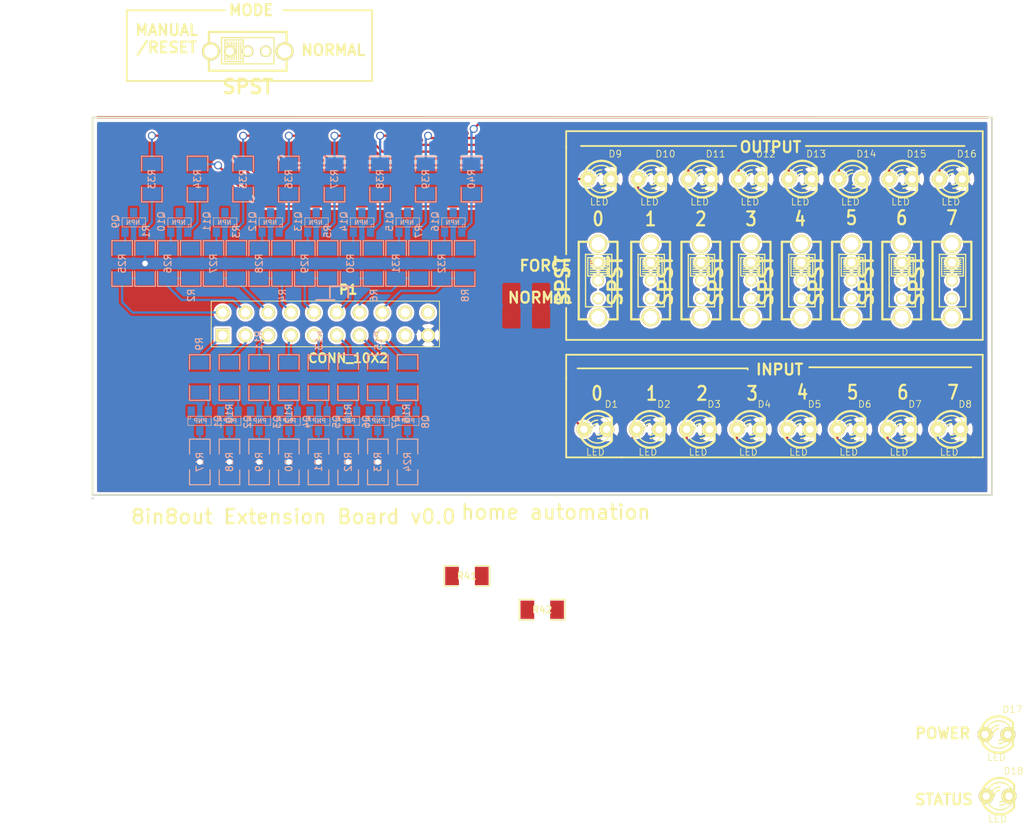
<source format=kicad_pcb>
(kicad_pcb (version 3) (host pcbnew "(2013-mar-13)-testing")
  (layers (15 F.Cu signal) (0 B.Cu signal) (18 B.Paste user) (19 F.Paste user) (20 B.SilkS user hide) (21 F.SilkS user) (22 B.Mask user) (23 F.Mask user) (28 Edge.Cuts user))
  (net 0 "")
  (net 1 +5V)
  (net 2 CMD0)
  (net 3 CMD1)
  (net 4 CMD2)
  (net 5 CMD3)
  (net 6 CMD4)
  (net 7 CMD5)
  (net 8 CMD6)
  (net 9 CMD7)
  (net 10 GND)
  (net 11 LED)
  (net 12 N-000001)
  (net 13 N-0000010)
  (net 14 N-0000011)
  (net 15 N-0000012)
  (net 16 N-0000013)
  (net 17 N-0000014)
  (net 18 N-0000015)
  (net 19 N-0000016)
  (net 20 N-0000017)
  (net 21 N-0000019)
  (net 22 N-0000020)
  (net 23 N-0000021)
  (net 24 N-0000022)
  (net 25 N-0000023)
  (net 26 N-0000025)
  (net 27 N-0000026)
  (net 28 N-0000028)
  (net 29 N-0000029)
  (net 30 N-000003)
  (net 31 N-0000031)
  (net 32 N-0000032)
  (net 33 N-0000033)
  (net 34 N-0000034)
  (net 35 N-0000035)
  (net 36 N-0000036)
  (net 37 N-0000037)
  (net 38 N-0000038)
  (net 39 N-0000039)
  (net 40 N-0000041)
  (net 41 N-0000042)
  (net 42 N-0000044)
  (net 43 N-0000045)
  (net 44 N-0000047)
  (net 45 N-0000048)
  (net 46 N-0000050)
  (net 47 N-0000051)
  (net 48 N-0000052)
  (net 49 N-0000054)
  (net 50 N-0000055)
  (net 51 N-0000059)
  (net 52 N-000006)
  (net 53 N-0000060)
  (net 54 N-0000062)
  (net 55 N-0000063)
  (net 56 N-0000064)
  (net 57 N-0000065)
  (net 58 N-0000066)
  (net 59 N-0000067)
  (net 60 N-0000068)
  (net 61 N-0000069)
  (net 62 N-000007)
  (net 63 N-0000070)
  (net 64 N-0000071)
  (net 65 N-0000073)
  (net 66 N-0000074)
  (net 67 N-0000075)
  (net 68 N-0000076)
  (net 69 N-0000077)
  (net 70 N-000009)
  (net 71 OUT0)
  (net 72 OUT1)
  (net 73 OUT2)
  (net 74 OUT3)
  (net 75 OUT4)
  (net 76 OUT5)
  (net 77 OUT6)
  (net 78 OUT7)
  (net 79 RESET)
  (module SM1206 (layer B.Cu) (at 102.362 90.17 270)
    (fp_text reference R3 (at -3.556 0 270) (layer B.SilkS) (effects (font (size 0.762 0.762) (thickness 0.127)) (justify mirror)))
    (fp_text value R hide)
    (pad 1 smd rect (at -1.651 0 270) (size 1.524 2.032) (layers B.Cu B.Paste B.Mask) (net 65 N-0000073))
    (pad 2 smd rect (at 1.651 0 270) (size 1.524 2.032) (layers B.Cu B.Paste B.Mask) (net 73 OUT2))
  )
  (module SM1206 (layer B.Cu) (at 98.298 102.87 270)
    (fp_text reference R9 (at -3.7465 0.0635 270) (layer B.SilkS) (effects (font (size 0.762 0.762) (thickness 0.127)) (justify mirror)))
    (fp_text value R hide)
    (pad 1 smd rect (at -1.651 0 270) (size 1.524 2.032) (layers B.Cu B.Paste B.Mask) (net 2 CMD0))
    (pad 2 smd rect (at 1.651 0 270) (size 1.524 2.032) (layers B.Cu B.Paste B.Mask) (net 54 N-0000062))
  )
  (module SM1206 (layer B.Cu) (at 104.902 102.87 270)
    (fp_text reference R11 (at -4.1275 0.0635 270) (layer B.SilkS) (effects (font (size 0.762 0.762) (thickness 0.127)) (justify mirror)))
    (fp_text value R hide)
    (pad 1 smd rect (at -1.651 0 270) (size 1.524 2.032) (layers B.Cu B.Paste B.Mask) (net 4 CMD2))
    (pad 2 smd rect (at 1.651 0 270) (size 1.524 2.032) (layers B.Cu B.Paste B.Mask) (net 64 N-0000071))
  )
  (module SM1206 (layer B.Cu) (at 111.506 102.87 270)
    (fp_text reference R13 (at -4.1275 -0.0635 270) (layer B.SilkS) (effects (font (size 0.762 0.762) (thickness 0.127)) (justify mirror)))
    (fp_text value R hide)
    (pad 1 smd rect (at -1.651 0 270) (size 1.524 2.032) (layers B.Cu B.Paste B.Mask) (net 6 CMD4))
    (pad 2 smd rect (at 1.651 0 270) (size 1.524 2.032) (layers B.Cu B.Paste B.Mask) (net 18 N-0000015))
  )
  (module SM1206 (layer B.Cu) (at 97.282 90.17 270)
    (fp_text reference R2 (at 3.556 -0.0635 270) (layer B.SilkS) (effects (font (size 0.762 0.762) (thickness 0.127)) (justify mirror)))
    (fp_text value R hide)
    (pad 1 smd rect (at -1.651 0 270) (size 1.524 2.032) (layers B.Cu B.Paste B.Mask) (net 68 N-0000076))
    (pad 2 smd rect (at 1.651 0 270) (size 1.524 2.032) (layers B.Cu B.Paste B.Mask) (net 72 OUT1))
  )
  (module SM1206 (layer B.Cu) (at 107.442 90.17 270)
    (fp_text reference R4 (at 3.556 -0.0635 270) (layer B.SilkS) (effects (font (size 0.762 0.762) (thickness 0.127)) (justify mirror)))
    (fp_text value R hide)
    (pad 1 smd rect (at -1.651 0 270) (size 1.524 2.032) (layers B.Cu B.Paste B.Mask) (net 61 N-0000069))
    (pad 2 smd rect (at 1.651 0 270) (size 1.524 2.032) (layers B.Cu B.Paste B.Mask) (net 74 OUT3))
  )
  (module SM1206 (layer B.Cu) (at 117.602 90.17 270)
    (fp_text reference R6 (at 3.556 -0.0635 270) (layer B.SilkS) (effects (font (size 0.762 0.762) (thickness 0.127)) (justify mirror)))
    (fp_text value R hide)
    (pad 1 smd rect (at -1.651 0 270) (size 1.524 2.032) (layers B.Cu B.Paste B.Mask) (net 59 N-0000067))
    (pad 2 smd rect (at 1.651 0 270) (size 1.524 2.032) (layers B.Cu B.Paste B.Mask) (net 76 OUT5))
  )
  (module SM1206 (layer B.Cu) (at 127.762 90.17 270)
    (fp_text reference R8 (at 3.556 -0.0635 270) (layer B.SilkS) (effects (font (size 0.762 0.762) (thickness 0.127)) (justify mirror)))
    (fp_text value R hide)
    (pad 1 smd rect (at -1.651 0 270) (size 1.524 2.032) (layers B.Cu B.Paste B.Mask) (net 57 N-0000065))
    (pad 2 smd rect (at 1.651 0 270) (size 1.524 2.032) (layers B.Cu B.Paste B.Mask) (net 78 OUT7))
  )
  (module SM1206 (layer B.Cu) (at 122.682 90.17 270)
    (fp_text reference R7 (at -3.556 0 270) (layer B.SilkS) (effects (font (size 0.762 0.762) (thickness 0.127)) (justify mirror)))
    (fp_text value R hide)
    (pad 1 smd rect (at -1.651 0 270) (size 1.524 2.032) (layers B.Cu B.Paste B.Mask) (net 58 N-0000066))
    (pad 2 smd rect (at 1.651 0 270) (size 1.524 2.032) (layers B.Cu B.Paste B.Mask) (net 77 OUT6))
  )
  (module SM1206 (layer B.Cu) (at 112.522 90.17 270)
    (fp_text reference R5 (at -3.556 0 270) (layer B.SilkS) (effects (font (size 0.762 0.762) (thickness 0.127)) (justify mirror)))
    (fp_text value R hide)
    (pad 1 smd rect (at -1.651 0 270) (size 1.524 2.032) (layers B.Cu B.Paste B.Mask) (net 60 N-0000068))
    (pad 2 smd rect (at 1.651 0 270) (size 1.524 2.032) (layers B.Cu B.Paste B.Mask) (net 75 OUT4))
  )
  (module SM1206 (layer B.Cu) (at 92.202 90.17 270)
    (fp_text reference R1 (at -3.556 -0.127 270) (layer B.SilkS) (effects (font (size 0.762 0.762) (thickness 0.127)) (justify mirror)))
    (fp_text value R hide)
    (pad 1 smd rect (at -1.651 0 270) (size 1.524 2.032) (layers B.Cu B.Paste B.Mask) (net 69 N-0000077))
    (pad 2 smd rect (at 1.651 0 270) (size 1.524 2.032) (layers B.Cu B.Paste B.Mask) (net 71 OUT0))
  )
  (module SM1206 (layer B.Cu) (at 118.11 102.87 270)
    (fp_text reference R15 (at -4.1275 -0.0635 270) (layer B.SilkS) (effects (font (size 0.762 0.762) (thickness 0.127)) (justify mirror)))
    (fp_text value R hide)
    (pad 1 smd rect (at -1.651 0 270) (size 1.524 2.032) (layers B.Cu B.Paste B.Mask) (net 8 CMD6))
    (pad 2 smd rect (at 1.651 0 270) (size 1.524 2.032) (layers B.Cu B.Paste B.Mask) (net 62 N-000007))
  )
  (module SM1206 (layer B.Cu) (at 121.412 102.87 270)
    (fp_text reference R16 (at 4.0005 0.127 270) (layer B.SilkS) (effects (font (size 0.762 0.762) (thickness 0.127)) (justify mirror)))
    (fp_text value R hide)
    (pad 1 smd rect (at -1.651 0 270) (size 1.524 2.032) (layers B.Cu B.Paste B.Mask) (net 9 CMD7))
    (pad 2 smd rect (at 1.651 0 270) (size 1.524 2.032) (layers B.Cu B.Paste B.Mask) (net 12 N-000001))
  )
  (module SM1206 (layer B.Cu) (at 114.808 102.87 270)
    (fp_text reference R14 (at 4.0005 0 270) (layer B.SilkS) (effects (font (size 0.762 0.762) (thickness 0.127)) (justify mirror)))
    (fp_text value R hide)
    (pad 1 smd rect (at -1.651 0 270) (size 1.524 2.032) (layers B.Cu B.Paste B.Mask) (net 7 CMD5))
    (pad 2 smd rect (at 1.651 0 270) (size 1.524 2.032) (layers B.Cu B.Paste B.Mask) (net 25 N-0000023))
  )
  (module SM1206 (layer B.Cu) (at 108.204 102.87 270)
    (fp_text reference R12 (at 4.0005 0 270) (layer B.SilkS) (effects (font (size 0.762 0.762) (thickness 0.127)) (justify mirror)))
    (fp_text value R hide)
    (pad 1 smd rect (at -1.651 0 270) (size 1.524 2.032) (layers B.Cu B.Paste B.Mask) (net 5 CMD3))
    (pad 2 smd rect (at 1.651 0 270) (size 1.524 2.032) (layers B.Cu B.Paste B.Mask) (net 21 N-0000019))
  )
  (module SM1206 (layer B.Cu) (at 101.6 102.87 270)
    (fp_text reference R10 (at 4.0005 0 270) (layer B.SilkS) (effects (font (size 0.762 0.762) (thickness 0.127)) (justify mirror)))
    (fp_text value R hide)
    (pad 1 smd rect (at -1.651 0 270) (size 1.524 2.032) (layers B.Cu B.Paste B.Mask) (net 3 CMD1))
    (pad 2 smd rect (at 1.651 0 270) (size 1.524 2.032) (layers B.Cu B.Paste B.Mask) (net 67 N-0000075))
  )
  (module SM1206 (layer B.Cu) (at 98.298 112.268 90)
    (fp_text reference R17 (at 0 0 90) (layer B.SilkS) (effects (font (size 0.762 0.762) (thickness 0.127)) (justify mirror)))
    (fp_text value R hide)
    (pad 1 smd rect (at -1.651 0 90) (size 1.524 2.032) (layers B.Cu B.Paste B.Mask) (net 50 N-0000055))
    (pad 2 smd rect (at 1.651 0 90) (size 1.524 2.032) (layers B.Cu B.Paste B.Mask) (net 49 N-0000054))
  )
  (module SM1206 (layer B.Cu) (at 101.6 112.268 90)
    (fp_text reference R18 (at 0 0 90) (layer B.SilkS) (effects (font (size 0.762 0.762) (thickness 0.127)) (justify mirror)))
    (fp_text value R hide)
    (pad 1 smd rect (at -1.651 0 90) (size 1.524 2.032) (layers B.Cu B.Paste B.Mask) (net 56 N-0000064))
    (pad 2 smd rect (at 1.651 0 90) (size 1.524 2.032) (layers B.Cu B.Paste B.Mask) (net 55 N-0000063))
  )
  (module pin_array_10x2 (layer F.Cu) (at 114.808 96.901)
    (fp_text reference P1 (at 0 -3.81) (layer F.SilkS) (effects (font (size 1.016 1.016) (thickness 0.27432))))
    (fp_text value CONN_10X2 (at 0 3.81) (layer F.SilkS) (effects (font (size 1.016 1.016) (thickness 0.2032))))
    (pad 1 thru_hole rect (at -13.97 1.27) (size 1.524 1.524) (drill 1.016) (layers *.Cu *.Mask F.SilkS) (net 2 CMD0))
    (pad 2 thru_hole circle (at -13.97 -1.27) (size 1.524 1.524) (drill 1.016) (layers *.Cu *.Mask F.SilkS) (net 71 OUT0))
    (pad 3 thru_hole circle (at -11.43 1.27) (size 1.524 1.524) (drill 1.016) (layers *.Cu *.Mask F.SilkS) (net 3 CMD1))
    (pad 4 thru_hole circle (at -11.43 -1.27) (size 1.524 1.524) (drill 1.016) (layers *.Cu *.Mask F.SilkS) (net 72 OUT1))
    (pad 5 thru_hole circle (at -8.89 1.27) (size 1.524 1.524) (drill 1.016) (layers *.Cu *.Mask F.SilkS) (net 4 CMD2))
    (pad 6 thru_hole circle (at -8.89 -1.27) (size 1.524 1.524) (drill 1.016) (layers *.Cu *.Mask F.SilkS) (net 73 OUT2))
    (pad 7 thru_hole circle (at -6.35 1.27) (size 1.524 1.524) (drill 1.016) (layers *.Cu *.Mask F.SilkS) (net 5 CMD3))
    (pad 8 thru_hole circle (at -6.35 -1.27) (size 1.524 1.524) (drill 1.016) (layers *.Cu *.Mask F.SilkS) (net 74 OUT3))
    (pad 9 thru_hole circle (at -3.81 1.27) (size 1.524 1.524) (drill 1.016) (layers *.Cu *.Mask F.SilkS) (net 6 CMD4))
    (pad 10 thru_hole circle (at -3.81 -1.27) (size 1.524 1.524) (drill 1.016) (layers *.Cu *.Mask F.SilkS) (net 75 OUT4))
    (pad 11 thru_hole circle (at -1.27 1.27) (size 1.524 1.524) (drill 1.016) (layers *.Cu *.Mask F.SilkS) (net 7 CMD5))
    (pad 12 thru_hole circle (at -1.27 -1.27) (size 1.524 1.524) (drill 1.016) (layers *.Cu *.Mask F.SilkS) (net 76 OUT5))
    (pad 13 thru_hole circle (at 1.27 1.27) (size 1.524 1.524) (drill 1.016) (layers *.Cu *.Mask F.SilkS) (net 8 CMD6))
    (pad 14 thru_hole circle (at 1.27 -1.27) (size 1.524 1.524) (drill 1.016) (layers *.Cu *.Mask F.SilkS) (net 77 OUT6))
    (pad 15 thru_hole circle (at 3.81 1.27) (size 1.524 1.524) (drill 1.016) (layers *.Cu *.Mask F.SilkS) (net 9 CMD7))
    (pad 16 thru_hole circle (at 3.81 -1.27) (size 1.524 1.524) (drill 1.016) (layers *.Cu *.Mask F.SilkS) (net 78 OUT7))
    (pad 17 thru_hole circle (at 6.35 1.27) (size 1.524 1.524) (drill 1.016) (layers *.Cu *.Mask F.SilkS) (net 79 RESET))
    (pad 18 thru_hole circle (at 6.35 -1.27) (size 1.524 1.524) (drill 1.016) (layers *.Cu *.Mask F.SilkS) (net 11 LED))
    (pad 19 thru_hole circle (at 8.89 1.27) (size 1.524 1.524) (drill 1.016) (layers *.Cu *.Mask F.SilkS) (net 10 GND))
    (pad 20 thru_hole circle (at 8.89 -1.27) (size 1.524 1.524) (drill 1.016) (layers *.Cu *.Mask F.SilkS) (net 1 +5V))
  )
  (module OS102011MS2QS1_SWITCH (layer F.Cu) (at 142.621 92.075 270)
    (fp_text reference SW1 hide)
    (fp_text value SPST (at 0 3.937 270) (layer F.SilkS) (effects (font (thickness 0.3048))))
    (pad 1 thru_hole circle (at -2 0 270) (size 1.27 1.27) (drill 0.9) (layers *.Cu *.Mask F.SilkS) (net 69 N-0000077))
    (pad 2 thru_hole circle (at 0 0 270) (size 1.27 1.27) (drill 0.9) (layers *.Cu *.Mask F.SilkS) (net 1 +5V))
    (pad 3 thru_hole circle (at 2 0 270) (size 1.27 1.27) (drill 0.9) (layers *.Cu *.Mask F.SilkS))
    (pad "" thru_hole circle (at 4.1 0 270) (size 2 2) (drill 1.5) (layers *.Cu *.Mask F.SilkS))
    (pad "" thru_hole circle (at -4.1 0 270) (size 2 2) (drill 1.5) (layers *.Cu *.Mask F.SilkS))
  )
  (module OS102011MS2QS1_SWITCH (layer F.Cu) (at 148.463 92.075 270)
    (fp_text reference SW2 hide)
    (fp_text value SPST (at 0 3.937 270) (layer F.SilkS) (effects (font (thickness 0.3048))))
    (pad 1 thru_hole circle (at -2 0 270) (size 1.27 1.27) (drill 0.9) (layers *.Cu *.Mask F.SilkS) (net 68 N-0000076))
    (pad 2 thru_hole circle (at 0 0 270) (size 1.27 1.27) (drill 0.9) (layers *.Cu *.Mask F.SilkS) (net 1 +5V))
    (pad 3 thru_hole circle (at 2 0 270) (size 1.27 1.27) (drill 0.9) (layers *.Cu *.Mask F.SilkS))
    (pad "" thru_hole circle (at 4.1 0 270) (size 2 2) (drill 1.5) (layers *.Cu *.Mask F.SilkS))
    (pad "" thru_hole circle (at -4.1 0 270) (size 2 2) (drill 1.5) (layers *.Cu *.Mask F.SilkS))
  )
  (module OS102011MS2QS1_SWITCH (layer F.Cu) (at 154.051 92.075 270)
    (fp_text reference SW3 hide)
    (fp_text value SPST (at 0 3.937 270) (layer F.SilkS) (effects (font (thickness 0.3048))))
    (pad 1 thru_hole circle (at -2 0 270) (size 1.27 1.27) (drill 0.9) (layers *.Cu *.Mask F.SilkS) (net 65 N-0000073))
    (pad 2 thru_hole circle (at 0 0 270) (size 1.27 1.27) (drill 0.9) (layers *.Cu *.Mask F.SilkS) (net 1 +5V))
    (pad 3 thru_hole circle (at 2 0 270) (size 1.27 1.27) (drill 0.9) (layers *.Cu *.Mask F.SilkS))
    (pad "" thru_hole circle (at 4.1 0 270) (size 2 2) (drill 1.5) (layers *.Cu *.Mask F.SilkS))
    (pad "" thru_hole circle (at -4.1 0 270) (size 2 2) (drill 1.5) (layers *.Cu *.Mask F.SilkS))
  )
  (module OS102011MS2QS1_SWITCH (layer F.Cu) (at 159.639 92.075 270)
    (fp_text reference SW4 hide)
    (fp_text value SPST (at 0 3.937 270) (layer F.SilkS) (effects (font (thickness 0.3048))))
    (pad 1 thru_hole circle (at -2 0 270) (size 1.27 1.27) (drill 0.9) (layers *.Cu *.Mask F.SilkS) (net 61 N-0000069))
    (pad 2 thru_hole circle (at 0 0 270) (size 1.27 1.27) (drill 0.9) (layers *.Cu *.Mask F.SilkS) (net 1 +5V))
    (pad 3 thru_hole circle (at 2 0 270) (size 1.27 1.27) (drill 0.9) (layers *.Cu *.Mask F.SilkS))
    (pad "" thru_hole circle (at 4.1 0 270) (size 2 2) (drill 1.5) (layers *.Cu *.Mask F.SilkS))
    (pad "" thru_hole circle (at -4.1 0 270) (size 2 2) (drill 1.5) (layers *.Cu *.Mask F.SilkS))
  )
  (module OS102011MS2QS1_SWITCH (layer F.Cu) (at 165.227 92.075 270)
    (fp_text reference SW5 hide)
    (fp_text value SPST (at 0 3.937 270) (layer F.SilkS) (effects (font (thickness 0.3048))))
    (pad 1 thru_hole circle (at -2 0 270) (size 1.27 1.27) (drill 0.9) (layers *.Cu *.Mask F.SilkS) (net 60 N-0000068))
    (pad 2 thru_hole circle (at 0 0 270) (size 1.27 1.27) (drill 0.9) (layers *.Cu *.Mask F.SilkS) (net 1 +5V))
    (pad 3 thru_hole circle (at 2 0 270) (size 1.27 1.27) (drill 0.9) (layers *.Cu *.Mask F.SilkS))
    (pad "" thru_hole circle (at 4.1 0 270) (size 2 2) (drill 1.5) (layers *.Cu *.Mask F.SilkS))
    (pad "" thru_hole circle (at -4.1 0 270) (size 2 2) (drill 1.5) (layers *.Cu *.Mask F.SilkS))
  )
  (module OS102011MS2QS1_SWITCH (layer F.Cu) (at 170.815 92.075 270)
    (fp_text reference SW6 hide)
    (fp_text value SPST (at 0 3.937 270) (layer F.SilkS) (effects (font (thickness 0.3048))))
    (pad 1 thru_hole circle (at -2 0 270) (size 1.27 1.27) (drill 0.9) (layers *.Cu *.Mask F.SilkS) (net 59 N-0000067))
    (pad 2 thru_hole circle (at 0 0 270) (size 1.27 1.27) (drill 0.9) (layers *.Cu *.Mask F.SilkS) (net 1 +5V))
    (pad 3 thru_hole circle (at 2 0 270) (size 1.27 1.27) (drill 0.9) (layers *.Cu *.Mask F.SilkS))
    (pad "" thru_hole circle (at 4.1 0 270) (size 2 2) (drill 1.5) (layers *.Cu *.Mask F.SilkS))
    (pad "" thru_hole circle (at -4.1 0 270) (size 2 2) (drill 1.5) (layers *.Cu *.Mask F.SilkS))
  )
  (module OS102011MS2QS1_SWITCH (layer F.Cu) (at 176.403 92.075 270)
    (fp_text reference SW7 hide)
    (fp_text value SPST (at 0 3.937 270) (layer F.SilkS) (effects (font (thickness 0.3048))))
    (pad 1 thru_hole circle (at -2 0 270) (size 1.27 1.27) (drill 0.9) (layers *.Cu *.Mask F.SilkS) (net 58 N-0000066))
    (pad 2 thru_hole circle (at 0 0 270) (size 1.27 1.27) (drill 0.9) (layers *.Cu *.Mask F.SilkS) (net 1 +5V))
    (pad 3 thru_hole circle (at 2 0 270) (size 1.27 1.27) (drill 0.9) (layers *.Cu *.Mask F.SilkS))
    (pad "" thru_hole circle (at 4.1 0 270) (size 2 2) (drill 1.5) (layers *.Cu *.Mask F.SilkS))
    (pad "" thru_hole circle (at -4.1 0 270) (size 2 2) (drill 1.5) (layers *.Cu *.Mask F.SilkS))
  )
  (module OS102011MS2QS1_SWITCH (layer F.Cu) (at 181.991 92.075 270)
    (fp_text reference SW8 hide)
    (fp_text value SPST (at 0 3.937 270) (layer F.SilkS) (effects (font (thickness 0.3048))))
    (pad 1 thru_hole circle (at -2 0 270) (size 1.27 1.27) (drill 0.9) (layers *.Cu *.Mask F.SilkS) (net 57 N-0000065))
    (pad 2 thru_hole circle (at 0 0 270) (size 1.27 1.27) (drill 0.9) (layers *.Cu *.Mask F.SilkS) (net 1 +5V))
    (pad 3 thru_hole circle (at 2 0 270) (size 1.27 1.27) (drill 0.9) (layers *.Cu *.Mask F.SilkS))
    (pad "" thru_hole circle (at 4.1 0 270) (size 2 2) (drill 1.5) (layers *.Cu *.Mask F.SilkS))
    (pad "" thru_hole circle (at -4.1 0 270) (size 2 2) (drill 1.5) (layers *.Cu *.Mask F.SilkS))
  )
  (module OS102011MS2QS1_SWITCH (layer F.Cu) (at 103.632 66.548)
    (fp_text reference SW_RESET1 hide)
    (fp_text value SPST (at 0 3.937) (layer F.SilkS) (effects (font (thickness 0.3048))))
    (pad 1 thru_hole circle (at -2 0) (size 1.27 1.27) (drill 0.9) (layers *.Cu *.Mask F.SilkS) (net 79 RESET))
    (pad 2 thru_hole circle (at 0 0) (size 1.27 1.27) (drill 0.9) (layers *.Cu *.Mask F.SilkS) (net 10 GND))
    (pad 3 thru_hole circle (at 2 0) (size 1.27 1.27) (drill 0.9) (layers *.Cu *.Mask F.SilkS))
    (pad "" thru_hole circle (at 4.1 0) (size 2 2) (drill 1.5) (layers *.Cu *.Mask F.SilkS))
    (pad "" thru_hole circle (at -4.1 0) (size 2 2) (drill 1.5) (layers *.Cu *.Mask F.SilkS))
  )
  (module LED-3MM (layer F.Cu) (at 176.0982 108.6358)
    (fp_text reference D7 (at 1.778 -2.794) (layer F.SilkS) (effects (font (size 0.762 0.762) (thickness 0.0889))))
    (fp_text value LED (at 0 2.54) (layer F.SilkS) (effects (font (size 0.762 0.762) (thickness 0.0889))))
    (pad 1 thru_hole circle (at -1.27 0) (size 1.6764 1.6764) (drill 0.8128) (layers *.Cu *.Mask F.SilkS) (net 24 N-0000022))
    (pad 2 thru_hole circle (at 1.27 0) (size 1.6764 1.6764) (drill 0.8128) (layers *.Cu *.Mask F.SilkS) (net 10 GND))
  )
  (module LED-3MM (layer F.Cu) (at 142.3162 108.6358)
    (fp_text reference D1 (at 1.778 -2.794) (layer F.SilkS) (effects (font (size 0.762 0.762) (thickness 0.0889))))
    (fp_text value LED (at 0 2.54) (layer F.SilkS) (effects (font (size 0.762 0.762) (thickness 0.0889))))
    (pad 1 thru_hole circle (at -1.27 0) (size 1.6764 1.6764) (drill 0.8128) (layers *.Cu *.Mask F.SilkS) (net 50 N-0000055))
    (pad 2 thru_hole circle (at 1.27 0) (size 1.6764 1.6764) (drill 0.8128) (layers *.Cu *.Mask F.SilkS) (net 10 GND))
  )
  (module LED-3MM (layer F.Cu) (at 148.1582 108.6358)
    (fp_text reference D2 (at 1.778 -2.794) (layer F.SilkS) (effects (font (size 0.762 0.762) (thickness 0.0889))))
    (fp_text value LED (at 0 2.54) (layer F.SilkS) (effects (font (size 0.762 0.762) (thickness 0.0889))))
    (pad 1 thru_hole circle (at -1.27 0) (size 1.6764 1.6764) (drill 0.8128) (layers *.Cu *.Mask F.SilkS) (net 56 N-0000064))
    (pad 2 thru_hole circle (at 1.27 0) (size 1.6764 1.6764) (drill 0.8128) (layers *.Cu *.Mask F.SilkS) (net 10 GND))
  )
  (module LED-3MM (layer F.Cu) (at 187.071 149.479)
    (fp_text reference D18 (at 1.778 -2.794) (layer F.SilkS) (effects (font (size 0.762 0.762) (thickness 0.0889))))
    (fp_text value LED (at 0 2.54) (layer F.SilkS) (effects (font (size 0.762 0.762) (thickness 0.0889))))
    (pad 1 thru_hole circle (at -1.27 0) (size 1.6764 1.6764) (drill 0.8128) (layers *.Cu *.Mask F.SilkS) (net 11 LED))
    (pad 2 thru_hole circle (at 1.27 0) (size 1.6764 1.6764) (drill 0.8128) (layers *.Cu *.Mask F.SilkS) (net 51 N-0000059))
  )
  (module LED-3MM (layer F.Cu) (at 153.7462 108.6358)
    (fp_text reference D3 (at 1.778 -2.794) (layer F.SilkS) (effects (font (size 0.762 0.762) (thickness 0.0889))))
    (fp_text value LED (at 0 2.54) (layer F.SilkS) (effects (font (size 0.762 0.762) (thickness 0.0889))))
    (pad 1 thru_hole circle (at -1.27 0) (size 1.6764 1.6764) (drill 0.8128) (layers *.Cu *.Mask F.SilkS) (net 66 N-0000074))
    (pad 2 thru_hole circle (at 1.27 0) (size 1.6764 1.6764) (drill 0.8128) (layers *.Cu *.Mask F.SilkS) (net 10 GND))
  )
  (module LED-3MM (layer F.Cu) (at 186.944 142.621)
    (fp_text reference D17 (at 1.778 -2.794) (layer F.SilkS) (effects (font (size 0.762 0.762) (thickness 0.0889))))
    (fp_text value LED (at 0 2.54) (layer F.SilkS) (effects (font (size 0.762 0.762) (thickness 0.0889))))
    (pad 1 thru_hole circle (at -1.27 0) (size 1.6764 1.6764) (drill 0.8128) (layers *.Cu *.Mask F.SilkS) (net 1 +5V))
    (pad 2 thru_hole circle (at 1.27 0) (size 1.6764 1.6764) (drill 0.8128) (layers *.Cu *.Mask F.SilkS) (net 53 N-0000060))
  )
  (module LED-3MM (layer F.Cu) (at 159.3342 108.6358)
    (fp_text reference D4 (at 1.778 -2.794) (layer F.SilkS) (effects (font (size 0.762 0.762) (thickness 0.0889))))
    (fp_text value LED (at 0 2.54) (layer F.SilkS) (effects (font (size 0.762 0.762) (thickness 0.0889))))
    (pad 1 thru_hole circle (at -1.27 0) (size 1.6764 1.6764) (drill 0.8128) (layers *.Cu *.Mask F.SilkS) (net 23 N-0000021))
    (pad 2 thru_hole circle (at 1.27 0) (size 1.6764 1.6764) (drill 0.8128) (layers *.Cu *.Mask F.SilkS) (net 10 GND))
  )
  (module LED-3MM (layer F.Cu) (at 164.9222 108.6358)
    (fp_text reference D5 (at 1.778 -2.794) (layer F.SilkS) (effects (font (size 0.762 0.762) (thickness 0.0889))))
    (fp_text value LED (at 0 2.54) (layer F.SilkS) (effects (font (size 0.762 0.762) (thickness 0.0889))))
    (pad 1 thru_hole circle (at -1.27 0) (size 1.6764 1.6764) (drill 0.8128) (layers *.Cu *.Mask F.SilkS) (net 20 N-0000017))
    (pad 2 thru_hole circle (at 1.27 0) (size 1.6764 1.6764) (drill 0.8128) (layers *.Cu *.Mask F.SilkS) (net 10 GND))
  )
  (module LED-3MM (layer F.Cu) (at 170.5102 108.6358)
    (fp_text reference D6 (at 1.778 -2.794) (layer F.SilkS) (effects (font (size 0.762 0.762) (thickness 0.0889))))
    (fp_text value LED (at 0 2.54) (layer F.SilkS) (effects (font (size 0.762 0.762) (thickness 0.0889))))
    (pad 1 thru_hole circle (at -1.27 0) (size 1.6764 1.6764) (drill 0.8128) (layers *.Cu *.Mask F.SilkS) (net 27 N-0000026))
    (pad 2 thru_hole circle (at 1.27 0) (size 1.6764 1.6764) (drill 0.8128) (layers *.Cu *.Mask F.SilkS) (net 10 GND))
  )
  (module LED-3MM (layer F.Cu) (at 159.512 80.772)
    (fp_text reference D12 (at 1.778 -2.794) (layer F.SilkS) (effects (font (size 0.762 0.762) (thickness 0.0889))))
    (fp_text value LED (at 0 2.54) (layer F.SilkS) (effects (font (size 0.762 0.762) (thickness 0.0889))))
    (pad 1 thru_hole circle (at -1.27 0) (size 1.6764 1.6764) (drill 0.8128) (layers *.Cu *.Mask F.SilkS) (net 41 N-0000042))
    (pad 2 thru_hole circle (at 1.27 0) (size 1.6764 1.6764) (drill 0.8128) (layers *.Cu *.Mask F.SilkS) (net 10 GND))
  )
  (module LED-3MM (layer F.Cu) (at 181.6862 108.6358)
    (fp_text reference D8 (at 1.778 -2.794) (layer F.SilkS) (effects (font (size 0.762 0.762) (thickness 0.0889))))
    (fp_text value LED (at 0 2.54) (layer F.SilkS) (effects (font (size 0.762 0.762) (thickness 0.0889))))
    (pad 1 thru_hole circle (at -1.27 0) (size 1.6764 1.6764) (drill 0.8128) (layers *.Cu *.Mask F.SilkS) (net 52 N-000006))
    (pad 2 thru_hole circle (at 1.27 0) (size 1.6764 1.6764) (drill 0.8128) (layers *.Cu *.Mask F.SilkS) (net 10 GND))
  )
  (module LED-3MM (layer F.Cu) (at 142.748 80.772)
    (fp_text reference D9 (at 1.778 -2.794) (layer F.SilkS) (effects (font (size 0.762 0.762) (thickness 0.0889))))
    (fp_text value LED (at 0 2.54) (layer F.SilkS) (effects (font (size 0.762 0.762) (thickness 0.0889))))
    (pad 1 thru_hole circle (at -1.27 0) (size 1.6764 1.6764) (drill 0.8128) (layers *.Cu *.Mask F.SilkS) (net 17 N-0000014))
    (pad 2 thru_hole circle (at 1.27 0) (size 1.6764 1.6764) (drill 0.8128) (layers *.Cu *.Mask F.SilkS) (net 10 GND))
  )
  (module LED-3MM (layer F.Cu) (at 148.336 80.772)
    (fp_text reference D10 (at 1.778 -2.794) (layer F.SilkS) (effects (font (size 0.762 0.762) (thickness 0.0889))))
    (fp_text value LED (at 0 2.54) (layer F.SilkS) (effects (font (size 0.762 0.762) (thickness 0.0889))))
    (pad 1 thru_hole circle (at -1.27 0) (size 1.6764 1.6764) (drill 0.8128) (layers *.Cu *.Mask F.SilkS) (net 14 N-0000011))
    (pad 2 thru_hole circle (at 1.27 0) (size 1.6764 1.6764) (drill 0.8128) (layers *.Cu *.Mask F.SilkS) (net 10 GND))
  )
  (module LED-3MM (layer F.Cu) (at 153.924 80.772)
    (fp_text reference D11 (at 1.778 -2.794) (layer F.SilkS) (effects (font (size 0.762 0.762) (thickness 0.0889))))
    (fp_text value LED (at 0 2.54) (layer F.SilkS) (effects (font (size 0.762 0.762) (thickness 0.0889))))
    (pad 1 thru_hole circle (at -1.27 0) (size 1.6764 1.6764) (drill 0.8128) (layers *.Cu *.Mask F.SilkS) (net 44 N-0000047))
    (pad 2 thru_hole circle (at 1.27 0) (size 1.6764 1.6764) (drill 0.8128) (layers *.Cu *.Mask F.SilkS) (net 10 GND))
  )
  (module LED-3MM (layer F.Cu) (at 181.864 80.772)
    (fp_text reference D16 (at 1.778 -2.794) (layer F.SilkS) (effects (font (size 0.762 0.762) (thickness 0.0889))))
    (fp_text value LED (at 0 2.54) (layer F.SilkS) (effects (font (size 0.762 0.762) (thickness 0.0889))))
    (pad 1 thru_hole circle (at -1.27 0) (size 1.6764 1.6764) (drill 0.8128) (layers *.Cu *.Mask F.SilkS) (net 37 N-0000037))
    (pad 2 thru_hole circle (at 1.27 0) (size 1.6764 1.6764) (drill 0.8128) (layers *.Cu *.Mask F.SilkS) (net 10 GND))
  )
  (module LED-3MM (layer F.Cu) (at 176.276 80.772)
    (fp_text reference D15 (at 1.778 -2.794) (layer F.SilkS) (effects (font (size 0.762 0.762) (thickness 0.0889))))
    (fp_text value LED (at 0 2.54) (layer F.SilkS) (effects (font (size 0.762 0.762) (thickness 0.0889))))
    (pad 1 thru_hole circle (at -1.27 0) (size 1.6764 1.6764) (drill 0.8128) (layers *.Cu *.Mask F.SilkS) (net 29 N-0000029))
    (pad 2 thru_hole circle (at 1.27 0) (size 1.6764 1.6764) (drill 0.8128) (layers *.Cu *.Mask F.SilkS) (net 10 GND))
  )
  (module LED-3MM (layer F.Cu) (at 170.688 80.772)
    (fp_text reference D14 (at 1.778 -2.794) (layer F.SilkS) (effects (font (size 0.762 0.762) (thickness 0.0889))))
    (fp_text value LED (at 0 2.54) (layer F.SilkS) (effects (font (size 0.762 0.762) (thickness 0.0889))))
    (pad 1 thru_hole circle (at -1.27 0) (size 1.6764 1.6764) (drill 0.8128) (layers *.Cu *.Mask F.SilkS) (net 34 N-0000034))
    (pad 2 thru_hole circle (at 1.27 0) (size 1.6764 1.6764) (drill 0.8128) (layers *.Cu *.Mask F.SilkS) (net 33 N-0000033))
  )
  (module LED-3MM (layer F.Cu) (at 165.1 80.772)
    (fp_text reference D13 (at 1.778 -2.794) (layer F.SilkS) (effects (font (size 0.762 0.762) (thickness 0.0889))))
    (fp_text value LED (at 0 2.54) (layer F.SilkS) (effects (font (size 0.762 0.762) (thickness 0.0889))))
    (pad 1 thru_hole circle (at -1.27 0) (size 1.6764 1.6764) (drill 0.8128) (layers *.Cu *.Mask F.SilkS) (net 46 N-0000050))
    (pad 2 thru_hole circle (at 1.27 0) (size 1.6764 1.6764) (drill 0.8128) (layers *.Cu *.Mask F.SilkS) (net 10 GND))
  )
  (module SOT23 (layer B.Cu) (at 98.298 107.696)
    (fp_text reference Q1 (at 1.99898 0.09906 270) (layer B.SilkS) (effects (font (size 0.762 0.762) (thickness 0.11938)) (justify mirror)))
    (fp_text value PNP (at 0.0635 0) (layer B.SilkS) (effects (font (size 0.50038 0.50038) (thickness 0.09906)) (justify mirror)))
    (pad 3 smd rect (at 0 1.09982) (size 0.8001 1.00076) (layers B.Cu B.Paste B.Mask) (net 49 N-0000054))
    (pad 2 smd rect (at 0.9525 -1.09982) (size 0.8001 1.00076) (layers B.Cu B.Paste B.Mask) (net 54 N-0000062))
    (pad 1 smd rect (at -0.9525 -1.09982) (size 0.8001 1.00076) (layers B.Cu B.Paste B.Mask) (net 1 +5V))
  )
  (module SOT23 (layer B.Cu) (at 101.6 107.696)
    (fp_text reference Q2 (at 1.99898 0.09906 270) (layer B.SilkS) (effects (font (size 0.762 0.762) (thickness 0.11938)) (justify mirror)))
    (fp_text value PNP (at 0.0635 0) (layer B.SilkS) (effects (font (size 0.50038 0.50038) (thickness 0.09906)) (justify mirror)))
    (pad 3 smd rect (at 0 1.09982) (size 0.8001 1.00076) (layers B.Cu B.Paste B.Mask) (net 55 N-0000063))
    (pad 2 smd rect (at 0.9525 -1.09982) (size 0.8001 1.00076) (layers B.Cu B.Paste B.Mask) (net 67 N-0000075))
    (pad 1 smd rect (at -0.9525 -1.09982) (size 0.8001 1.00076) (layers B.Cu B.Paste B.Mask) (net 1 +5V))
  )
  (module SOT23 (layer B.Cu) (at 104.902 107.696)
    (fp_text reference Q3 (at 1.99898 0.09906 270) (layer B.SilkS) (effects (font (size 0.762 0.762) (thickness 0.11938)) (justify mirror)))
    (fp_text value PNP (at 0.0635 0) (layer B.SilkS) (effects (font (size 0.50038 0.50038) (thickness 0.09906)) (justify mirror)))
    (pad 3 smd rect (at 0 1.09982) (size 0.8001 1.00076) (layers B.Cu B.Paste B.Mask) (net 63 N-0000070))
    (pad 2 smd rect (at 0.9525 -1.09982) (size 0.8001 1.00076) (layers B.Cu B.Paste B.Mask) (net 64 N-0000071))
    (pad 1 smd rect (at -0.9525 -1.09982) (size 0.8001 1.00076) (layers B.Cu B.Paste B.Mask) (net 1 +5V))
  )
  (module SOT23 (layer B.Cu) (at 108.204 107.696)
    (fp_text reference Q4 (at 1.99898 0.09906 270) (layer B.SilkS) (effects (font (size 0.762 0.762) (thickness 0.11938)) (justify mirror)))
    (fp_text value PNP (at 0.0635 0) (layer B.SilkS) (effects (font (size 0.50038 0.50038) (thickness 0.09906)) (justify mirror)))
    (pad 3 smd rect (at 0 1.09982) (size 0.8001 1.00076) (layers B.Cu B.Paste B.Mask) (net 22 N-0000020))
    (pad 2 smd rect (at 0.9525 -1.09982) (size 0.8001 1.00076) (layers B.Cu B.Paste B.Mask) (net 21 N-0000019))
    (pad 1 smd rect (at -0.9525 -1.09982) (size 0.8001 1.00076) (layers B.Cu B.Paste B.Mask) (net 1 +5V))
  )
  (module SOT23 (layer B.Cu) (at 111.506 107.696)
    (fp_text reference Q5 (at 1.99898 0.09906 270) (layer B.SilkS) (effects (font (size 0.762 0.762) (thickness 0.11938)) (justify mirror)))
    (fp_text value PNP (at 0.0635 0) (layer B.SilkS) (effects (font (size 0.50038 0.50038) (thickness 0.09906)) (justify mirror)))
    (pad 3 smd rect (at 0 1.09982) (size 0.8001 1.00076) (layers B.Cu B.Paste B.Mask) (net 19 N-0000016))
    (pad 2 smd rect (at 0.9525 -1.09982) (size 0.8001 1.00076) (layers B.Cu B.Paste B.Mask) (net 18 N-0000015))
    (pad 1 smd rect (at -0.9525 -1.09982) (size 0.8001 1.00076) (layers B.Cu B.Paste B.Mask) (net 1 +5V))
  )
  (module SOT23 (layer B.Cu) (at 114.808 107.696)
    (fp_text reference Q6 (at 1.99898 0.09906 270) (layer B.SilkS) (effects (font (size 0.762 0.762) (thickness 0.11938)) (justify mirror)))
    (fp_text value PNP (at 0.0635 0) (layer B.SilkS) (effects (font (size 0.50038 0.50038) (thickness 0.09906)) (justify mirror)))
    (pad 3 smd rect (at 0 1.09982) (size 0.8001 1.00076) (layers B.Cu B.Paste B.Mask) (net 26 N-0000025))
    (pad 2 smd rect (at 0.9525 -1.09982) (size 0.8001 1.00076) (layers B.Cu B.Paste B.Mask) (net 25 N-0000023))
    (pad 1 smd rect (at -0.9525 -1.09982) (size 0.8001 1.00076) (layers B.Cu B.Paste B.Mask) (net 1 +5V))
  )
  (module SOT23 (layer B.Cu) (at 118.11 107.696)
    (fp_text reference Q7 (at 1.99898 0.09906 270) (layer B.SilkS) (effects (font (size 0.762 0.762) (thickness 0.11938)) (justify mirror)))
    (fp_text value PNP (at 0.0635 0) (layer B.SilkS) (effects (font (size 0.50038 0.50038) (thickness 0.09906)) (justify mirror)))
    (pad 3 smd rect (at 0 1.09982) (size 0.8001 1.00076) (layers B.Cu B.Paste B.Mask) (net 70 N-000009))
    (pad 2 smd rect (at 0.9525 -1.09982) (size 0.8001 1.00076) (layers B.Cu B.Paste B.Mask) (net 62 N-000007))
    (pad 1 smd rect (at -0.9525 -1.09982) (size 0.8001 1.00076) (layers B.Cu B.Paste B.Mask) (net 1 +5V))
  )
  (module SOT23 (layer B.Cu) (at 121.412 107.696)
    (fp_text reference Q8 (at 1.99898 0.09906 270) (layer B.SilkS) (effects (font (size 0.762 0.762) (thickness 0.11938)) (justify mirror)))
    (fp_text value PNP (at 0.0635 0) (layer B.SilkS) (effects (font (size 0.50038 0.50038) (thickness 0.09906)) (justify mirror)))
    (pad 3 smd rect (at 0 1.09982) (size 0.8001 1.00076) (layers B.Cu B.Paste B.Mask) (net 30 N-000003))
    (pad 2 smd rect (at 0.9525 -1.09982) (size 0.8001 1.00076) (layers B.Cu B.Paste B.Mask) (net 12 N-000001))
    (pad 1 smd rect (at -0.9525 -1.09982) (size 0.8001 1.00076) (layers B.Cu B.Paste B.Mask) (net 1 +5V))
  )
  (module SOT23 (layer B.Cu) (at 90.932 85.598 180)
    (fp_text reference Q9 (at 1.99898 0.09906 450) (layer B.SilkS) (effects (font (size 0.762 0.762) (thickness 0.11938)) (justify mirror)))
    (fp_text value NPN (at 0.0635 0 180) (layer B.SilkS) (effects (font (size 0.50038 0.50038) (thickness 0.09906)) (justify mirror)))
    (pad 3 smd rect (at 0 1.09982 180) (size 0.8001 1.00076) (layers B.Cu B.Paste B.Mask) (net 1 +5V))
    (pad 2 smd rect (at 0.9525 -1.09982 180) (size 0.8001 1.00076) (layers B.Cu B.Paste B.Mask) (net 15 N-0000012))
    (pad 1 smd rect (at -0.9525 -1.09982 180) (size 0.8001 1.00076) (layers B.Cu B.Paste B.Mask) (net 16 N-0000013))
  )
  (module SOT23 (layer B.Cu) (at 96.012 85.598 180)
    (fp_text reference Q10 (at 1.99898 0.09906 450) (layer B.SilkS) (effects (font (size 0.762 0.762) (thickness 0.11938)) (justify mirror)))
    (fp_text value NPN (at 0.0635 0 180) (layer B.SilkS) (effects (font (size 0.50038 0.50038) (thickness 0.09906)) (justify mirror)))
    (pad 3 smd rect (at 0 1.09982 180) (size 0.8001 1.00076) (layers B.Cu B.Paste B.Mask) (net 1 +5V))
    (pad 2 smd rect (at 0.9525 -1.09982 180) (size 0.8001 1.00076) (layers B.Cu B.Paste B.Mask) (net 45 N-0000048))
    (pad 1 smd rect (at -0.9525 -1.09982 180) (size 0.8001 1.00076) (layers B.Cu B.Paste B.Mask) (net 13 N-0000010))
  )
  (module SOT23 (layer B.Cu) (at 101.092 85.598 180)
    (fp_text reference Q11 (at 1.99898 0.09906 450) (layer B.SilkS) (effects (font (size 0.762 0.762) (thickness 0.11938)) (justify mirror)))
    (fp_text value NPN (at 0.0635 0 180) (layer B.SilkS) (effects (font (size 0.50038 0.50038) (thickness 0.09906)) (justify mirror)))
    (pad 3 smd rect (at 0 1.09982 180) (size 0.8001 1.00076) (layers B.Cu B.Paste B.Mask) (net 1 +5V))
    (pad 2 smd rect (at 0.9525 -1.09982 180) (size 0.8001 1.00076) (layers B.Cu B.Paste B.Mask) (net 42 N-0000044))
    (pad 1 smd rect (at -0.9525 -1.09982 180) (size 0.8001 1.00076) (layers B.Cu B.Paste B.Mask) (net 43 N-0000045))
  )
  (module SOT23 (layer B.Cu) (at 106.172 85.598 180)
    (fp_text reference Q12 (at 1.99898 0.09906 450) (layer B.SilkS) (effects (font (size 0.762 0.762) (thickness 0.11938)) (justify mirror)))
    (fp_text value NPN (at 0.0635 0 180) (layer B.SilkS) (effects (font (size 0.50038 0.50038) (thickness 0.09906)) (justify mirror)))
    (pad 3 smd rect (at 0 1.09982 180) (size 0.8001 1.00076) (layers B.Cu B.Paste B.Mask) (net 1 +5V))
    (pad 2 smd rect (at 0.9525 -1.09982 180) (size 0.8001 1.00076) (layers B.Cu B.Paste B.Mask) (net 47 N-0000051))
    (pad 1 smd rect (at -0.9525 -1.09982 180) (size 0.8001 1.00076) (layers B.Cu B.Paste B.Mask) (net 48 N-0000052))
  )
  (module SOT23 (layer B.Cu) (at 111.252 85.598 180)
    (fp_text reference Q13 (at 1.99898 0.09906 450) (layer B.SilkS) (effects (font (size 0.762 0.762) (thickness 0.11938)) (justify mirror)))
    (fp_text value NPN (at 0.0635 0 180) (layer B.SilkS) (effects (font (size 0.50038 0.50038) (thickness 0.09906)) (justify mirror)))
    (pad 3 smd rect (at 0 1.09982 180) (size 0.8001 1.00076) (layers B.Cu B.Paste B.Mask) (net 1 +5V))
    (pad 2 smd rect (at 0.9525 -1.09982 180) (size 0.8001 1.00076) (layers B.Cu B.Paste B.Mask) (net 35 N-0000035))
    (pad 1 smd rect (at -0.9525 -1.09982 180) (size 0.8001 1.00076) (layers B.Cu B.Paste B.Mask) (net 36 N-0000036))
  )
  (module SOT23 (layer B.Cu) (at 116.332 85.598 180)
    (fp_text reference Q14 (at 1.99898 0.09906 450) (layer B.SilkS) (effects (font (size 0.762 0.762) (thickness 0.11938)) (justify mirror)))
    (fp_text value NPN (at 0.0635 0 180) (layer B.SilkS) (effects (font (size 0.50038 0.50038) (thickness 0.09906)) (justify mirror)))
    (pad 3 smd rect (at 0 1.09982 180) (size 0.8001 1.00076) (layers B.Cu B.Paste B.Mask) (net 1 +5V))
    (pad 2 smd rect (at 0.9525 -1.09982 180) (size 0.8001 1.00076) (layers B.Cu B.Paste B.Mask) (net 31 N-0000031))
    (pad 1 smd rect (at -0.9525 -1.09982 180) (size 0.8001 1.00076) (layers B.Cu B.Paste B.Mask) (net 32 N-0000032))
  )
  (module SOT23 (layer B.Cu) (at 121.412 85.598 180)
    (fp_text reference Q15 (at 1.99898 0.09906 450) (layer B.SilkS) (effects (font (size 0.762 0.762) (thickness 0.11938)) (justify mirror)))
    (fp_text value NPN (at 0.0635 0 180) (layer B.SilkS) (effects (font (size 0.50038 0.50038) (thickness 0.09906)) (justify mirror)))
    (pad 3 smd rect (at 0 1.09982 180) (size 0.8001 1.00076) (layers B.Cu B.Paste B.Mask) (net 1 +5V))
    (pad 2 smd rect (at 0.9525 -1.09982 180) (size 0.8001 1.00076) (layers B.Cu B.Paste B.Mask) (net 40 N-0000041))
    (pad 1 smd rect (at -0.9525 -1.09982 180) (size 0.8001 1.00076) (layers B.Cu B.Paste B.Mask) (net 28 N-0000028))
  )
  (module SOT23 (layer B.Cu) (at 126.492 85.598 180)
    (fp_text reference Q16 (at 1.99898 0.09906 450) (layer B.SilkS) (effects (font (size 0.762 0.762) (thickness 0.11938)) (justify mirror)))
    (fp_text value NPN (at 0.0635 0 180) (layer B.SilkS) (effects (font (size 0.50038 0.50038) (thickness 0.09906)) (justify mirror)))
    (pad 3 smd rect (at 0 1.09982 180) (size 0.8001 1.00076) (layers B.Cu B.Paste B.Mask) (net 1 +5V))
    (pad 2 smd rect (at 0.9525 -1.09982 180) (size 0.8001 1.00076) (layers B.Cu B.Paste B.Mask) (net 38 N-0000038))
    (pad 1 smd rect (at -0.9525 -1.09982 180) (size 0.8001 1.00076) (layers B.Cu B.Paste B.Mask) (net 39 N-0000039))
  )
  (module SM1206 (layer B.Cu) (at 104.902 112.268 90)
    (fp_text reference R19 (at 0 0 90) (layer B.SilkS) (effects (font (size 0.762 0.762) (thickness 0.127)) (justify mirror)))
    (fp_text value R hide)
    (pad 1 smd rect (at -1.651 0 90) (size 1.524 2.032) (layers B.Cu B.Paste B.Mask) (net 66 N-0000074))
    (pad 2 smd rect (at 1.651 0 90) (size 1.524 2.032) (layers B.Cu B.Paste B.Mask) (net 63 N-0000070))
  )
  (module SM1206 (layer B.Cu) (at 108.204 112.268 90)
    (fp_text reference R20 (at 0 0 90) (layer B.SilkS) (effects (font (size 0.762 0.762) (thickness 0.127)) (justify mirror)))
    (fp_text value R hide)
    (pad 1 smd rect (at -1.651 0 90) (size 1.524 2.032) (layers B.Cu B.Paste B.Mask) (net 23 N-0000021))
    (pad 2 smd rect (at 1.651 0 90) (size 1.524 2.032) (layers B.Cu B.Paste B.Mask) (net 22 N-0000020))
  )
  (module SM1206 (layer B.Cu) (at 111.506 112.268 90)
    (fp_text reference R21 (at 0 0 90) (layer B.SilkS) (effects (font (size 0.762 0.762) (thickness 0.127)) (justify mirror)))
    (fp_text value R hide)
    (pad 1 smd rect (at -1.651 0 90) (size 1.524 2.032) (layers B.Cu B.Paste B.Mask) (net 20 N-0000017))
    (pad 2 smd rect (at 1.651 0 90) (size 1.524 2.032) (layers B.Cu B.Paste B.Mask) (net 19 N-0000016))
  )
  (module SM1206 (layer B.Cu) (at 114.808 112.268 90)
    (fp_text reference R22 (at 0 0 90) (layer B.SilkS) (effects (font (size 0.762 0.762) (thickness 0.127)) (justify mirror)))
    (fp_text value R hide)
    (pad 1 smd rect (at -1.651 0 90) (size 1.524 2.032) (layers B.Cu B.Paste B.Mask) (net 27 N-0000026))
    (pad 2 smd rect (at 1.651 0 90) (size 1.524 2.032) (layers B.Cu B.Paste B.Mask) (net 26 N-0000025))
  )
  (module SM1206 (layer B.Cu) (at 118.11 112.268 90)
    (fp_text reference R23 (at 0 0 90) (layer B.SilkS) (effects (font (size 0.762 0.762) (thickness 0.127)) (justify mirror)))
    (fp_text value R hide)
    (pad 1 smd rect (at -1.651 0 90) (size 1.524 2.032) (layers B.Cu B.Paste B.Mask) (net 24 N-0000022))
    (pad 2 smd rect (at 1.651 0 90) (size 1.524 2.032) (layers B.Cu B.Paste B.Mask) (net 70 N-000009))
  )
  (module SM1206 (layer B.Cu) (at 121.412 112.268 90)
    (fp_text reference R24 (at 0 0 90) (layer B.SilkS) (effects (font (size 0.762 0.762) (thickness 0.127)) (justify mirror)))
    (fp_text value R hide)
    (pad 1 smd rect (at -1.651 0 90) (size 1.524 2.032) (layers B.Cu B.Paste B.Mask) (net 52 N-000006))
    (pad 2 smd rect (at 1.651 0 90) (size 1.524 2.032) (layers B.Cu B.Paste B.Mask) (net 30 N-000003))
  )
  (module SM1206 (layer B.Cu) (at 89.662 90.17 90)
    (fp_text reference R25 (at 0 0 90) (layer B.SilkS) (effects (font (size 0.762 0.762) (thickness 0.127)) (justify mirror)))
    (fp_text value R hide)
    (pad 1 smd rect (at -1.651 0 90) (size 1.524 2.032) (layers B.Cu B.Paste B.Mask) (net 71 OUT0))
    (pad 2 smd rect (at 1.651 0 90) (size 1.524 2.032) (layers B.Cu B.Paste B.Mask) (net 15 N-0000012))
  )
  (module SM1206 (layer B.Cu) (at 94.742 90.17 90)
    (fp_text reference R26 (at 0 0 90) (layer B.SilkS) (effects (font (size 0.762 0.762) (thickness 0.127)) (justify mirror)))
    (fp_text value R hide)
    (pad 1 smd rect (at -1.651 0 90) (size 1.524 2.032) (layers B.Cu B.Paste B.Mask) (net 72 OUT1))
    (pad 2 smd rect (at 1.651 0 90) (size 1.524 2.032) (layers B.Cu B.Paste B.Mask) (net 45 N-0000048))
  )
  (module SM1206 (layer B.Cu) (at 99.822 90.17 90)
    (fp_text reference R27 (at 0 0 90) (layer B.SilkS) (effects (font (size 0.762 0.762) (thickness 0.127)) (justify mirror)))
    (fp_text value R hide)
    (pad 1 smd rect (at -1.651 0 90) (size 1.524 2.032) (layers B.Cu B.Paste B.Mask) (net 73 OUT2))
    (pad 2 smd rect (at 1.651 0 90) (size 1.524 2.032) (layers B.Cu B.Paste B.Mask) (net 42 N-0000044))
  )
  (module SM1206 (layer B.Cu) (at 104.902 90.17 90)
    (fp_text reference R28 (at 0 0 90) (layer B.SilkS) (effects (font (size 0.762 0.762) (thickness 0.127)) (justify mirror)))
    (fp_text value R hide)
    (pad 1 smd rect (at -1.651 0 90) (size 1.524 2.032) (layers B.Cu B.Paste B.Mask) (net 74 OUT3))
    (pad 2 smd rect (at 1.651 0 90) (size 1.524 2.032) (layers B.Cu B.Paste B.Mask) (net 47 N-0000051))
  )
  (module SM1206 (layer B.Cu) (at 109.982 90.17 90)
    (fp_text reference R29 (at 0 0 90) (layer B.SilkS) (effects (font (size 0.762 0.762) (thickness 0.127)) (justify mirror)))
    (fp_text value R hide)
    (pad 1 smd rect (at -1.651 0 90) (size 1.524 2.032) (layers B.Cu B.Paste B.Mask) (net 75 OUT4))
    (pad 2 smd rect (at 1.651 0 90) (size 1.524 2.032) (layers B.Cu B.Paste B.Mask) (net 35 N-0000035))
  )
  (module SM1206 (layer B.Cu) (at 115.062 90.17 90)
    (fp_text reference R30 (at 0 0 90) (layer B.SilkS) (effects (font (size 0.762 0.762) (thickness 0.127)) (justify mirror)))
    (fp_text value R hide)
    (pad 1 smd rect (at -1.651 0 90) (size 1.524 2.032) (layers B.Cu B.Paste B.Mask) (net 76 OUT5))
    (pad 2 smd rect (at 1.651 0 90) (size 1.524 2.032) (layers B.Cu B.Paste B.Mask) (net 31 N-0000031))
  )
  (module SM1206 (layer B.Cu) (at 120.142 90.17 90)
    (fp_text reference R31 (at 0 0 90) (layer B.SilkS) (effects (font (size 0.762 0.762) (thickness 0.127)) (justify mirror)))
    (fp_text value R hide)
    (pad 1 smd rect (at -1.651 0 90) (size 1.524 2.032) (layers B.Cu B.Paste B.Mask) (net 77 OUT6))
    (pad 2 smd rect (at 1.651 0 90) (size 1.524 2.032) (layers B.Cu B.Paste B.Mask) (net 40 N-0000041))
  )
  (module SM1206 (layer B.Cu) (at 125.222 90.17 90)
    (fp_text reference R32 (at 0 0 90) (layer B.SilkS) (effects (font (size 0.762 0.762) (thickness 0.127)) (justify mirror)))
    (fp_text value R hide)
    (pad 1 smd rect (at -1.651 0 90) (size 1.524 2.032) (layers B.Cu B.Paste B.Mask) (net 78 OUT7))
    (pad 2 smd rect (at 1.651 0 90) (size 1.524 2.032) (layers B.Cu B.Paste B.Mask) (net 38 N-0000038))
  )
  (module SM1206 (layer B.Cu) (at 92.964 80.772 270)
    (fp_text reference R33 (at 0 0 270) (layer B.SilkS) (effects (font (size 0.762 0.762) (thickness 0.127)) (justify mirror)))
    (fp_text value R hide)
    (pad 1 smd rect (at -1.651 0 270) (size 1.524 2.032) (layers B.Cu B.Paste B.Mask) (net 17 N-0000014))
    (pad 2 smd rect (at 1.651 0 270) (size 1.524 2.032) (layers B.Cu B.Paste B.Mask) (net 16 N-0000013))
  )
  (module SM1206 (layer B.Cu) (at 98.044 80.772 270)
    (fp_text reference R34 (at 0 0 270) (layer B.SilkS) (effects (font (size 0.762 0.762) (thickness 0.127)) (justify mirror)))
    (fp_text value R hide)
    (pad 1 smd rect (at -1.651 0 270) (size 1.524 2.032) (layers B.Cu B.Paste B.Mask) (net 14 N-0000011))
    (pad 2 smd rect (at 1.651 0 270) (size 1.524 2.032) (layers B.Cu B.Paste B.Mask) (net 13 N-0000010))
  )
  (module SM1206 (layer B.Cu) (at 103.124 80.772 270)
    (fp_text reference R35 (at 0 0 270) (layer B.SilkS) (effects (font (size 0.762 0.762) (thickness 0.127)) (justify mirror)))
    (fp_text value R hide)
    (pad 1 smd rect (at -1.651 0 270) (size 1.524 2.032) (layers B.Cu B.Paste B.Mask) (net 44 N-0000047))
    (pad 2 smd rect (at 1.651 0 270) (size 1.524 2.032) (layers B.Cu B.Paste B.Mask) (net 43 N-0000045))
  )
  (module SM1206 (layer B.Cu) (at 108.204 80.772 270)
    (fp_text reference R36 (at 0 0 270) (layer B.SilkS) (effects (font (size 0.762 0.762) (thickness 0.127)) (justify mirror)))
    (fp_text value R hide)
    (pad 1 smd rect (at -1.651 0 270) (size 1.524 2.032) (layers B.Cu B.Paste B.Mask) (net 41 N-0000042))
    (pad 2 smd rect (at 1.651 0 270) (size 1.524 2.032) (layers B.Cu B.Paste B.Mask) (net 48 N-0000052))
  )
  (module SM1206 (layer B.Cu) (at 113.284 80.772 270)
    (fp_text reference R37 (at 0 0 270) (layer B.SilkS) (effects (font (size 0.762 0.762) (thickness 0.127)) (justify mirror)))
    (fp_text value R hide)
    (pad 1 smd rect (at -1.651 0 270) (size 1.524 2.032) (layers B.Cu B.Paste B.Mask) (net 46 N-0000050))
    (pad 2 smd rect (at 1.651 0 270) (size 1.524 2.032) (layers B.Cu B.Paste B.Mask) (net 36 N-0000036))
  )
  (module SM1206 (layer B.Cu) (at 118.364 80.772 270)
    (fp_text reference R38 (at 0 0 270) (layer B.SilkS) (effects (font (size 0.762 0.762) (thickness 0.127)) (justify mirror)))
    (fp_text value R hide)
    (pad 1 smd rect (at -1.651 0 270) (size 1.524 2.032) (layers B.Cu B.Paste B.Mask) (net 34 N-0000034))
    (pad 2 smd rect (at 1.651 0 270) (size 1.524 2.032) (layers B.Cu B.Paste B.Mask) (net 32 N-0000032))
  )
  (module SM1206 (layer B.Cu) (at 123.444 80.772 270)
    (fp_text reference R39 (at 0 0 270) (layer B.SilkS) (effects (font (size 0.762 0.762) (thickness 0.127)) (justify mirror)))
    (fp_text value R hide)
    (pad 1 smd rect (at -1.651 0 270) (size 1.524 2.032) (layers B.Cu B.Paste B.Mask) (net 29 N-0000029))
    (pad 2 smd rect (at 1.651 0 270) (size 1.524 2.032) (layers B.Cu B.Paste B.Mask) (net 28 N-0000028))
  )
  (module SM1206 (layer B.Cu) (at 128.524 80.772 270)
    (fp_text reference R40 (at 0 0 270) (layer B.SilkS) (effects (font (size 0.762 0.762) (thickness 0.127)) (justify mirror)))
    (fp_text value R hide)
    (pad 1 smd rect (at -1.651 0 270) (size 1.524 2.032) (layers B.Cu B.Paste B.Mask) (net 37 N-0000037))
    (pad 2 smd rect (at 1.651 0 270) (size 1.524 2.032) (layers B.Cu B.Paste B.Mask) (net 39 N-0000039))
  )
  (module SM1206 (layer F.Cu) (at 128.016 124.968)
    (fp_text reference R41 (at 0 0) (layer F.SilkS) (effects (font (size 0.762 0.762) (thickness 0.127))))
    (fp_text value R hide)
    (pad 1 smd rect (at -1.651 0) (size 1.524 2.032) (layers F.Cu F.Paste F.Mask) (net 10 GND))
    (pad 2 smd rect (at 1.651 0) (size 1.524 2.032) (layers F.Cu F.Paste F.Mask) (net 53 N-0000060))
  )
  (module SM1206 (layer F.Cu) (at 136.398 128.726001)
    (fp_text reference R42 (at 0 0) (layer F.SilkS) (effects (font (size 0.762 0.762) (thickness 0.127))))
    (fp_text value R hide)
    (pad 1 smd rect (at -1.651 0) (size 1.524 2.032) (layers F.Cu F.Paste F.Mask) (net 10 GND))
    (pad 2 smd rect (at 1.651 0) (size 1.524 2.032) (layers F.Cu F.Paste F.Mask) (net 51 N-0000059))
  )
  (gr_line (start 186.436 73.914) (end 86.36 73.914) (angle 90) (layer F.SilkS) (width 0.2))
  (gr_line (start 186.436 115.951) (end 186.436 73.914) (angle 90) (layer F.SilkS) (width 0.2))
  (gr_line (start 86.36 115.951) (end 186.436 115.951) (angle 90) (layer F.SilkS) (width 0.2))
  (gr_line (start 86.36 73.914) (end 86.36 115.951) (angle 90) (layer F.SilkS) (width 0.2))
  (gr_line (start 186.436 73.914) (end 186.436 115.951) (angle 90) (layer Edge.Cuts) (width 0.15))
  (gr_line (start 86.36 73.914) (end 86.36 115.824) (angle 90) (layer Edge.Cuts) (width 0.15))
  (gr_line (start 86.36 73.914) (end 186.436 73.914) (angle 90) (layer Edge.Cuts) (width 0.15))
  (gr_line (start 86.36 115.951) (end 86.36 115.824) (angle 90) (layer Edge.Cuts) (width 0.15))
  (gr_line (start 186.436 115.951) (end 86.36 115.951) (angle 90) (layer Edge.Cuts) (width 0.15))
  (gr_text MODE (at 104.013 61.976) (layer F.SilkS) (effects (font (size 1.2 1.2) (thickness 0.25))))
  (gr_line (start 90.17 61.976) (end 90.17 69.85) (angle 90) (layer F.SilkS) (width 0.2))
  (gr_line (start 101.092 61.976) (end 90.17 61.976) (angle 90) (layer F.SilkS) (width 0.2))
  (gr_line (start 117.475 69.85) (end 90.17 69.85) (angle 90) (layer F.SilkS) (width 0.2))
  (gr_line (start 117.475 61.976) (end 117.475 69.85) (angle 90) (layer F.SilkS) (width 0.2))
  (gr_line (start 107.569 61.976) (end 117.475 61.976) (angle 90) (layer F.SilkS) (width 0.2))
  (gr_text "8in8out Extension Board v0.0" (at 108.712 118.364) (layer F.SilkS) (effects (font (size 1.6 1.6) (thickness 0.25))))
  (gr_line (start 166.116 101.727) (end 184.15 101.727) (angle 90) (layer F.SilkS) (width 0.2))
  (gr_line (start 159.258 101.854) (end 159.258 101.981) (angle 90) (layer F.SilkS) (width 0.2))
  (gr_line (start 140.335 101.854) (end 159.258 101.854) (angle 90) (layer F.SilkS) (width 0.2))
  (gr_line (start 145.288 111.76) (end 139.065 111.76) (angle 90) (layer F.SilkS) (width 0.2))
  (gr_line (start 185.42 111.76) (end 184.277 111.76) (angle 90) (layer F.SilkS) (width 0.2))
  (gr_line (start 185.42 100.33) (end 185.42 111.76) (angle 90) (layer F.SilkS) (width 0.2))
  (gr_line (start 139.065 100.33) (end 185.42 100.33) (angle 90) (layer F.SilkS) (width 0.2))
  (gr_line (start 139.065 102.743) (end 139.065 100.33) (angle 90) (layer F.SilkS) (width 0.2))
  (gr_line (start 139.065 77.343) (end 139.065 75.438) (angle 90) (layer F.SilkS) (width 0.2))
  (gr_line (start 139.065 89.154) (end 139.065 77.089) (angle 90) (layer F.SilkS) (width 0.2))
  (gr_line (start 139.065 92.837) (end 139.065 91.44) (angle 90) (layer F.SilkS) (width 0.2))
  (gr_line (start 139.065 98.679) (end 139.065 95.123) (angle 90) (layer F.SilkS) (width 0.2))
  (gr_line (start 165.735 77.089) (end 183.388 77.089) (angle 90) (layer F.SilkS) (width 0.2))
  (gr_line (start 140.716 77.089) (end 157.988 77.089) (angle 90) (layer F.SilkS) (width 0.2))
  (gr_line (start 185.42 75.438) (end 139.065 75.438) (angle 90) (layer F.SilkS) (width 0.2))
  (gr_line (start 185.42 76.835) (end 185.42 75.438) (angle 90) (layer F.SilkS) (width 0.2))
  (gr_line (start 185.42 78.486) (end 185.42 76.835) (angle 90) (layer F.SilkS) (width 0.2))
  (gr_line (start 185.42 98.679) (end 185.42 78.486) (angle 90) (layer F.SilkS) (width 0.2))
  (gr_line (start 139.065 98.679) (end 185.42 98.679) (angle 90) (layer F.SilkS) (width 0.2))
  (gr_text NORMAL (at 136.144 93.98) (layer F.SilkS) (effects (font (size 1.2 1.2) (thickness 0.25))))
  (gr_text NORMAL (at 113.157 66.421) (layer F.SilkS) (effects (font (size 1.2 1.2) (thickness 0.25))))
  (gr_text "home automation" (at 137.922 117.856) (layer F.SilkS) (effects (font (size 1.6 1.6) (thickness 0.25))))
  (gr_text POWER (at 180.975 142.494) (layer F.SilkS) (effects (font (size 1.2 1.2) (thickness 0.25))))
  (gr_text STATUS (at 181.102 149.86) (layer F.SilkS) (effects (font (size 1.2 1.2) (thickness 0.25))))
  (gr_line (start 111.252 94.234) (end 111.633 94.234) (angle 90) (layer B.SilkS) (width 0.2))
  (gr_line (start 112.776 92.71) (end 112.776 93.98) (angle 90) (layer B.SilkS) (width 0.2))
  (gr_line (start 113.157 92.71) (end 112.776 92.71) (angle 90) (layer B.SilkS) (width 0.2))
  (gr_line (start 111.506 94.234) (end 112.014 94.234) (angle 90) (layer B.SilkS) (width 0.2))
  (gr_line (start 113.03 92.71) (end 113.538 92.71) (angle 90) (layer B.SilkS) (width 0.2))
  (gr_line (start 113.284 94.234) (end 111.887 94.234) (angle 90) (layer B.SilkS) (width 0.2))
  (gr_line (start 114.808 92.71) (end 114.808 93.98) (angle 90) (layer B.SilkS) (width 0.2))
  (gr_line (start 113.411 92.71) (end 114.808 92.71) (angle 90) (layer B.SilkS) (width 0.2))
  (gr_text "MANUAL\n/RESET" (at 94.615 65.151) (layer F.SilkS) (effects (font (size 1.2 1.2) (thickness 0.25))))
  (gr_line (start 139.065 103.124) (end 139.065 102.743) (angle 90) (layer F.SilkS) (width 0.2))
  (gr_line (start 139.065 103.886) (end 139.065 102.87) (angle 90) (layer F.SilkS) (width 0.2))
  (gr_line (start 139.065 111.76) (end 139.065 103.886) (angle 90) (layer F.SilkS) (width 0.2))
  (gr_line (start 184.531 111.76) (end 145.161 111.76) (angle 90) (layer F.SilkS) (width 0.2))
  (gr_text FORCE (at 136.779 90.424) (layer F.SilkS) (effects (font (size 1.2 1.2) (thickness 0.25))))
  (gr_text INPUT (at 162.814 101.981) (layer F.SilkS) (effects (font (size 1.2 1.2) (thickness 0.25))))
  (gr_text 0 (at 142.494 104.648) (layer F.SilkS) (effects (font (size 1.54 1.27) (thickness 0.25))))
  (gr_text 1 (at 148.59 104.648) (layer F.SilkS) (effects (font (size 1.54 1.27) (thickness 0.25))))
  (gr_text 2 (at 154.178 104.648) (layer F.SilkS) (effects (font (size 1.54 1.27) (thickness 0.25))))
  (gr_text 3 (at 159.766 104.648) (layer F.SilkS) (effects (font (size 1.54 1.27) (thickness 0.25))))
  (gr_text 7 (at 182.118 104.521) (layer F.SilkS) (effects (font (size 1.54 1.27) (thickness 0.25))))
  (gr_text 6 (at 176.53 104.521) (layer F.SilkS) (effects (font (size 1.54 1.27) (thickness 0.25))))
  (gr_text 5 (at 170.942 104.521) (layer F.SilkS) (effects (font (size 1.54 1.27) (thickness 0.25))))
  (gr_text 4 (at 165.354 104.521) (layer F.SilkS) (effects (font (size 1.54 1.27) (thickness 0.25))))
  (gr_text 4 (at 165.1 85.217) (layer F.SilkS) (effects (font (size 1.54 1.27) (thickness 0.25))))
  (gr_text 5 (at 170.815 85.09) (layer F.SilkS) (effects (font (size 1.54 1.27) (thickness 0.25))))
  (gr_text 6 (at 176.403 85.09) (layer F.SilkS) (effects (font (size 1.54 1.27) (thickness 0.25))))
  (gr_text 7 (at 181.991 85.09) (layer F.SilkS) (effects (font (size 1.54 1.27) (thickness 0.25))))
  (gr_text 3 (at 159.639 85.217) (layer F.SilkS) (effects (font (size 1.54 1.27) (thickness 0.25))))
  (gr_text 2 (at 154.051 85.217) (layer F.SilkS) (effects (font (size 1.54 1.27) (thickness 0.25))))
  (gr_text 1 (at 148.463 85.217) (layer F.SilkS) (effects (font (size 1.54 1.27) (thickness 0.25))))
  (gr_text 0 (at 142.621 85.217) (layer F.SilkS) (effects (font (size 1.54 1.27) (thickness 0.25))))
  (gr_text OUTPUT (at 161.798 77.216) (layer F.SilkS) (effects (font (size 1.2 1.2) (thickness 0.25))))
  (target plus (at 86.36 116.332) (size 0.005) (width 0.15) (layer Edge.Cuts))
  (segment (start 98.298 101.219) (end 98.298 100.711) (width 0.254) (layer B.Cu) (net 2))
  (segment (start 98.298 100.711) (end 100.838 98.171) (width 0.254) (layer B.Cu) (net 2))
  (segment (start 101.6 101.219) (end 101.6 100.838) (width 0.254) (layer B.Cu) (net 3))
  (segment (start 103.378 99.06) (end 103.378 98.171) (width 0.254) (layer B.Cu) (net 3))
  (segment (start 101.6 100.838) (end 103.378 99.06) (width 0.254) (layer B.Cu) (net 3))
  (segment (start 104.902 101.219) (end 104.902 99.187) (width 0.254) (layer B.Cu) (net 4))
  (segment (start 104.902 99.187) (end 105.918 98.171) (width 0.254) (layer B.Cu) (net 4))
  (segment (start 108.204 101.219) (end 108.204 98.425) (width 0.254) (layer B.Cu) (net 5))
  (segment (start 108.204 98.425) (end 108.458 98.171) (width 0.254) (layer B.Cu) (net 5))
  (segment (start 111.506 101.219) (end 111.506 98.679) (width 0.254) (layer B.Cu) (net 6))
  (segment (start 111.506 98.679) (end 110.998 98.171) (width 0.254) (layer B.Cu) (net 6))
  (segment (start 114.808 101.219) (end 114.808 99.441) (width 0.254) (layer B.Cu) (net 7))
  (segment (start 114.808 99.441) (end 113.538 98.171) (width 0.254) (layer B.Cu) (net 7))
  (segment (start 118.11 101.219) (end 118.11 100.203) (width 0.254) (layer B.Cu) (net 8))
  (segment (start 118.11 100.203) (end 116.078 98.171) (width 0.254) (layer B.Cu) (net 8))
  (segment (start 118.618 98.171) (end 118.618 98.425) (width 0.254) (layer B.Cu) (net 9))
  (segment (start 118.618 98.425) (end 121.412 101.219) (width 0.254) (layer B.Cu) (net 9))
  (segment (start 122.3645 106.59618) (end 122.3645 105.4735) (width 0.254) (layer B.Cu) (net 12))
  (segment (start 122.3645 105.4735) (end 121.412 104.521) (width 0.254) (layer B.Cu) (net 12))
  (segment (start 98.044 82.423) (end 98.044 85.61832) (width 0.254) (layer B.Cu) (net 13))
  (segment (start 98.044 85.61832) (end 96.9645 86.69782) (width 0.254) (layer B.Cu) (net 13))
  (segment (start 147.066 80.772) (end 147.066 82.804) (width 0.254) (layer F.Cu) (net 14))
  (segment (start 100.203 79.121) (end 98.044 79.121) (width 0.254) (layer B.Cu) (net 14))
  (segment (start 100.33 79.248) (end 100.203 79.121) (width 0.254) (layer B.Cu) (net 14))
  (via (at 100.33 79.248) (size 0.889) (layers F.Cu B.Cu) (net 14))
  (segment (start 104.902 83.82) (end 100.33 79.248) (width 0.254) (layer F.Cu) (net 14))
  (segment (start 146.05 83.82) (end 104.902 83.82) (width 0.254) (layer F.Cu) (net 14))
  (segment (start 147.066 82.804) (end 146.05 83.82) (width 0.254) (layer F.Cu) (net 14))
  (segment (start 89.9795 86.69782) (end 89.9795 88.2015) (width 0.254) (layer B.Cu) (net 15))
  (segment (start 89.9795 88.2015) (end 89.662 88.519) (width 0.254) (layer B.Cu) (net 15))
  (segment (start 92.964 82.423) (end 92.964 85.61832) (width 0.254) (layer B.Cu) (net 16))
  (segment (start 92.964 85.61832) (end 91.8845 86.69782) (width 0.254) (layer B.Cu) (net 16))
  (segment (start 141.478 80.772) (end 104.394 80.772) (width 0.254) (layer F.Cu) (net 17))
  (segment (start 92.964 75.946) (end 92.964 79.121) (width 0.254) (layer B.Cu) (net 17))
  (via (at 92.964 75.946) (size 0.889) (layers F.Cu B.Cu) (net 17))
  (segment (start 99.568 75.946) (end 92.964 75.946) (width 0.254) (layer F.Cu) (net 17))
  (segment (start 104.394 80.772) (end 99.568 75.946) (width 0.254) (layer F.Cu) (net 17))
  (segment (start 112.4585 106.59618) (end 112.4585 105.4735) (width 0.254) (layer B.Cu) (net 18))
  (segment (start 112.4585 105.4735) (end 111.506 104.521) (width 0.254) (layer B.Cu) (net 18))
  (segment (start 111.506 108.79582) (end 111.506 110.617) (width 0.254) (layer B.Cu) (net 19))
  (segment (start 111.506 112.268) (end 111.506 111.252) (width 0.254) (layer F.Cu) (net 20))
  (segment (start 135.382 109.982) (end 137.16 111.76) (width 0.254) (layer F.Cu) (net 20))
  (segment (start 112.776 109.982) (end 135.382 109.982) (width 0.254) (layer F.Cu) (net 20))
  (segment (start 111.506 111.252) (end 112.776 109.982) (width 0.254) (layer F.Cu) (net 20))
  (segment (start 111.506 113.919) (end 111.506 112.268) (width 0.254) (layer B.Cu) (net 20))
  (segment (start 163.6522 110.6678) (end 163.6522 108.6358) (width 0.254) (layer F.Cu) (net 20))
  (segment (start 137.16 111.76) (end 138.684 113.284) (width 0.254) (layer F.Cu) (net 20))
  (segment (start 138.684 113.284) (end 161.036 113.284) (width 0.254) (layer F.Cu) (net 20))
  (segment (start 161.036 113.284) (end 163.6522 110.6678) (width 0.254) (layer F.Cu) (net 20))
  (via (at 111.506 112.268) (size 0.889) (layers F.Cu B.Cu) (net 20))
  (segment (start 109.1565 106.59618) (end 109.1565 105.4735) (width 0.254) (layer B.Cu) (net 21))
  (segment (start 109.1565 105.4735) (end 108.204 104.521) (width 0.254) (layer B.Cu) (net 21))
  (segment (start 108.204 108.79582) (end 108.204 110.617) (width 0.254) (layer B.Cu) (net 22))
  (segment (start 108.204 112.268) (end 108.204 110.744) (width 0.254) (layer F.Cu) (net 23))
  (segment (start 135.89 109.22) (end 137.668 110.998) (width 0.254) (layer F.Cu) (net 23))
  (segment (start 109.728 109.22) (end 135.89 109.22) (width 0.254) (layer F.Cu) (net 23))
  (segment (start 108.204 110.744) (end 109.728 109.22) (width 0.254) (layer F.Cu) (net 23))
  (segment (start 108.204 113.919) (end 108.204 112.268) (width 0.254) (layer B.Cu) (net 23))
  (segment (start 158.0642 110.4138) (end 158.0642 108.6358) (width 0.254) (layer F.Cu) (net 23))
  (segment (start 137.668 110.998) (end 139.192 112.522) (width 0.254) (layer F.Cu) (net 23))
  (segment (start 139.192 112.522) (end 155.956 112.522) (width 0.254) (layer F.Cu) (net 23))
  (segment (start 155.956 112.522) (end 158.0642 110.4138) (width 0.254) (layer F.Cu) (net 23))
  (via (at 108.204 112.268) (size 0.889) (layers F.Cu B.Cu) (net 23))
  (segment (start 118.11 113.919) (end 118.11 112.268) (width 0.254) (layer B.Cu) (net 24))
  (segment (start 174.8282 111.6838) (end 174.8282 108.6358) (width 0.254) (layer F.Cu) (net 24))
  (segment (start 171.704 114.808) (end 174.8282 111.6838) (width 0.254) (layer F.Cu) (net 24))
  (segment (start 137.922 114.808) (end 171.704 114.808) (width 0.254) (layer F.Cu) (net 24))
  (segment (start 134.62 111.506) (end 137.922 114.808) (width 0.254) (layer F.Cu) (net 24))
  (segment (start 118.872 111.506) (end 134.62 111.506) (width 0.254) (layer F.Cu) (net 24))
  (segment (start 118.11 112.268) (end 118.872 111.506) (width 0.254) (layer F.Cu) (net 24))
  (via (at 118.11 112.268) (size 0.889) (layers F.Cu B.Cu) (net 24))
  (segment (start 115.7605 106.59618) (end 115.7605 105.4735) (width 0.254) (layer B.Cu) (net 25))
  (segment (start 115.7605 105.4735) (end 114.808 104.521) (width 0.254) (layer B.Cu) (net 25))
  (segment (start 114.808 108.79582) (end 114.808 110.617) (width 0.254) (layer B.Cu) (net 26))
  (segment (start 114.808 113.919) (end 114.808 112.268) (width 0.254) (layer B.Cu) (net 27))
  (segment (start 169.2402 110.6678) (end 169.2402 108.6358) (width 0.254) (layer F.Cu) (net 27))
  (segment (start 165.862 114.046) (end 169.2402 110.6678) (width 0.254) (layer F.Cu) (net 27))
  (segment (start 138.43 114.046) (end 165.862 114.046) (width 0.254) (layer F.Cu) (net 27))
  (segment (start 135.128 110.744) (end 138.43 114.046) (width 0.254) (layer F.Cu) (net 27))
  (segment (start 116.332 110.744) (end 135.128 110.744) (width 0.254) (layer F.Cu) (net 27))
  (segment (start 114.808 112.268) (end 116.332 110.744) (width 0.254) (layer F.Cu) (net 27))
  (via (at 114.808 112.268) (size 0.889) (layers F.Cu B.Cu) (net 27))
  (segment (start 123.444 82.423) (end 123.444 85.61832) (width 0.254) (layer B.Cu) (net 28))
  (segment (start 123.444 85.61832) (end 122.3645 86.69782) (width 0.254) (layer B.Cu) (net 28))
  (segment (start 175.006 80.772) (end 175.006 77.47) (width 0.254) (layer F.Cu) (net 29))
  (segment (start 123.952 76.2) (end 123.698 75.946) (width 0.254) (layer F.Cu) (net 29))
  (segment (start 130.048 76.2) (end 123.952 76.2) (width 0.254) (layer F.Cu) (net 29))
  (segment (start 130.81 75.438) (end 130.048 76.2) (width 0.254) (layer F.Cu) (net 29))
  (segment (start 172.974 75.438) (end 130.81 75.438) (width 0.254) (layer F.Cu) (net 29))
  (segment (start 175.006 77.47) (end 172.974 75.438) (width 0.254) (layer F.Cu) (net 29))
  (segment (start 123.444 79.121) (end 123.444 76.2) (width 0.254) (layer B.Cu) (net 29))
  (via (at 123.698 75.946) (size 0.889) (layers F.Cu B.Cu) (net 29))
  (segment (start 123.444 76.2) (end 123.698 75.946) (width 0.254) (layer B.Cu) (net 29))
  (segment (start 121.412 108.79582) (end 121.412 110.617) (width 0.254) (layer B.Cu) (net 30))
  (segment (start 115.3795 86.69782) (end 115.3795 88.2015) (width 0.254) (layer B.Cu) (net 31))
  (segment (start 115.3795 88.2015) (end 115.062 88.519) (width 0.254) (layer B.Cu) (net 31))
  (segment (start 118.364 82.423) (end 118.364 85.61832) (width 0.254) (layer B.Cu) (net 32))
  (segment (start 118.364 85.61832) (end 117.2845 86.69782) (width 0.254) (layer B.Cu) (net 32))
  (segment (start 123.698 76.962) (end 121.158 76.962) (width 0.254) (layer F.Cu) (net 34))
  (segment (start 118.364 75.946) (end 118.364 79.121) (width 0.254) (layer B.Cu) (net 34))
  (via (at 118.364 75.946) (size 0.889) (layers F.Cu B.Cu) (net 34))
  (segment (start 120.142 75.946) (end 118.364 75.946) (width 0.254) (layer F.Cu) (net 34))
  (segment (start 121.158 76.962) (end 120.142 75.946) (width 0.254) (layer F.Cu) (net 34))
  (segment (start 169.418 80.772) (end 169.418 77.978) (width 0.254) (layer F.Cu) (net 34))
  (segment (start 130.556 76.962) (end 123.698 76.962) (width 0.254) (layer F.Cu) (net 34))
  (segment (start 131.318 76.2) (end 130.556 76.962) (width 0.254) (layer F.Cu) (net 34))
  (segment (start 167.64 76.2) (end 131.318 76.2) (width 0.254) (layer F.Cu) (net 34))
  (segment (start 169.418 77.978) (end 167.64 76.2) (width 0.254) (layer F.Cu) (net 34))
  (segment (start 110.2995 86.69782) (end 110.2995 88.2015) (width 0.254) (layer B.Cu) (net 35))
  (segment (start 110.2995 88.2015) (end 109.982 88.519) (width 0.254) (layer B.Cu) (net 35))
  (segment (start 113.284 82.423) (end 113.284 85.61832) (width 0.254) (layer B.Cu) (net 36))
  (segment (start 113.284 85.61832) (end 112.2045 86.69782) (width 0.254) (layer B.Cu) (net 36))
  (segment (start 180.594 80.772) (end 180.594 75.946) (width 0.254) (layer F.Cu) (net 37))
  (segment (start 128.524 75.438) (end 128.524 79.121) (width 0.254) (layer B.Cu) (net 37))
  (segment (start 128.778 75.184) (end 128.524 75.438) (width 0.254) (layer B.Cu) (net 37))
  (via (at 128.778 75.184) (size 0.889) (layers F.Cu B.Cu) (net 37))
  (segment (start 129.286 74.676) (end 128.778 75.184) (width 0.254) (layer F.Cu) (net 37))
  (segment (start 179.324 74.676) (end 129.286 74.676) (width 0.254) (layer F.Cu) (net 37))
  (segment (start 180.594 75.946) (end 179.324 74.676) (width 0.254) (layer F.Cu) (net 37))
  (segment (start 125.5395 86.69782) (end 125.5395 88.2015) (width 0.254) (layer B.Cu) (net 38))
  (segment (start 125.5395 88.2015) (end 125.222 88.519) (width 0.254) (layer B.Cu) (net 38))
  (segment (start 128.524 82.423) (end 128.524 85.61832) (width 0.254) (layer B.Cu) (net 39))
  (segment (start 128.524 85.61832) (end 127.4445 86.69782) (width 0.254) (layer B.Cu) (net 39))
  (segment (start 120.4595 86.69782) (end 120.4595 88.2015) (width 0.254) (layer B.Cu) (net 40))
  (segment (start 120.4595 88.2015) (end 120.142 88.519) (width 0.254) (layer B.Cu) (net 40))
  (segment (start 158.242 80.772) (end 158.242 79.756) (width 0.254) (layer F.Cu) (net 41))
  (segment (start 108.204 75.946) (end 108.204 79.121) (width 0.254) (layer B.Cu) (net 41))
  (via (at 108.204 75.946) (size 0.889) (layers F.Cu B.Cu) (net 41))
  (segment (start 109.982 75.946) (end 108.204 75.946) (width 0.254) (layer F.Cu) (net 41))
  (segment (start 112.522 78.486) (end 109.982 75.946) (width 0.254) (layer F.Cu) (net 41))
  (segment (start 131.064 78.486) (end 112.522 78.486) (width 0.254) (layer F.Cu) (net 41))
  (segment (start 131.826 77.724) (end 131.064 78.486) (width 0.254) (layer F.Cu) (net 41))
  (segment (start 156.21 77.724) (end 131.826 77.724) (width 0.254) (layer F.Cu) (net 41))
  (segment (start 158.242 79.756) (end 156.21 77.724) (width 0.254) (layer F.Cu) (net 41))
  (segment (start 100.1395 86.69782) (end 100.1395 88.2015) (width 0.254) (layer B.Cu) (net 42))
  (segment (start 100.1395 88.2015) (end 99.822 88.519) (width 0.254) (layer B.Cu) (net 42))
  (segment (start 103.124 82.423) (end 103.124 85.61832) (width 0.254) (layer B.Cu) (net 43))
  (segment (start 103.124 85.61832) (end 102.0445 86.69782) (width 0.254) (layer B.Cu) (net 43))
  (segment (start 152.654 80.772) (end 152.654 79.756) (width 0.254) (layer F.Cu) (net 44))
  (segment (start 103.124 75.946) (end 103.124 79.121) (width 0.254) (layer B.Cu) (net 44))
  (via (at 103.124 75.946) (size 0.889) (layers F.Cu B.Cu) (net 44))
  (segment (start 104.902 75.946) (end 103.124 75.946) (width 0.254) (layer F.Cu) (net 44))
  (segment (start 108.204 79.248) (end 104.902 75.946) (width 0.254) (layer F.Cu) (net 44))
  (segment (start 131.318 79.248) (end 108.204 79.248) (width 0.254) (layer F.Cu) (net 44))
  (segment (start 132.08 78.486) (end 131.318 79.248) (width 0.254) (layer F.Cu) (net 44))
  (segment (start 151.384 78.486) (end 132.08 78.486) (width 0.254) (layer F.Cu) (net 44))
  (segment (start 152.654 79.756) (end 151.384 78.486) (width 0.254) (layer F.Cu) (net 44))
  (segment (start 95.0595 86.69782) (end 95.0595 88.2015) (width 0.254) (layer B.Cu) (net 45))
  (segment (start 95.0595 88.2015) (end 94.742 88.519) (width 0.254) (layer B.Cu) (net 45))
  (segment (start 163.83 80.772) (end 163.83 78.74) (width 0.254) (layer F.Cu) (net 46))
  (segment (start 113.284 75.946) (end 113.284 79.121) (width 0.254) (layer B.Cu) (net 46))
  (via (at 113.284 75.946) (size 0.889) (layers F.Cu B.Cu) (net 46))
  (segment (start 116.84 75.946) (end 113.284 75.946) (width 0.254) (layer F.Cu) (net 46))
  (segment (start 118.618 77.724) (end 116.84 75.946) (width 0.254) (layer F.Cu) (net 46))
  (segment (start 131.064 77.724) (end 118.618 77.724) (width 0.254) (layer F.Cu) (net 46))
  (segment (start 131.826 76.962) (end 131.064 77.724) (width 0.254) (layer F.Cu) (net 46))
  (segment (start 162.052 76.962) (end 131.826 76.962) (width 0.254) (layer F.Cu) (net 46))
  (segment (start 163.83 78.74) (end 162.052 76.962) (width 0.254) (layer F.Cu) (net 46))
  (segment (start 105.2195 86.69782) (end 105.2195 88.2015) (width 0.254) (layer B.Cu) (net 47))
  (segment (start 105.2195 88.2015) (end 104.902 88.519) (width 0.254) (layer B.Cu) (net 47))
  (segment (start 108.204 82.423) (end 108.204 85.61832) (width 0.254) (layer B.Cu) (net 48))
  (segment (start 108.204 85.61832) (end 107.1245 86.69782) (width 0.254) (layer B.Cu) (net 48))
  (segment (start 98.298 108.79582) (end 98.298 110.617) (width 0.254) (layer B.Cu) (net 49))
  (segment (start 98.298 112.268) (end 98.298 108.966) (width 0.254) (layer F.Cu) (net 50))
  (segment (start 138.8364 106.426) (end 141.0462 108.6358) (width 0.254) (layer F.Cu) (net 50))
  (segment (start 100.838 106.426) (end 138.8364 106.426) (width 0.254) (layer F.Cu) (net 50))
  (segment (start 98.298 108.966) (end 100.838 106.426) (width 0.254) (layer F.Cu) (net 50))
  (segment (start 98.298 113.919) (end 98.298 112.268) (width 0.254) (layer B.Cu) (net 50))
  (via (at 98.298 112.268) (size 0.889) (layers F.Cu B.Cu) (net 50))
  (segment (start 121.412 113.919) (end 177.165 113.919) (width 0.254) (layer B.Cu) (net 52))
  (segment (start 180.4162 110.6678) (end 180.4162 108.6358) (width 0.254) (layer B.Cu) (net 52))
  (segment (start 177.165 113.919) (end 180.4162 110.6678) (width 0.254) (layer B.Cu) (net 52))
  (segment (start 99.2505 106.59618) (end 99.2505 105.4735) (width 0.254) (layer B.Cu) (net 54))
  (segment (start 99.2505 105.4735) (end 98.298 104.521) (width 0.254) (layer B.Cu) (net 54))
  (segment (start 101.6 108.79582) (end 101.6 110.617) (width 0.254) (layer B.Cu) (net 55))
  (segment (start 101.6 112.268) (end 101.6 110.744) (width 0.254) (layer F.Cu) (net 56))
  (segment (start 136.398 107.442) (end 139.7 110.744) (width 0.254) (layer F.Cu) (net 56))
  (segment (start 104.902 107.442) (end 136.398 107.442) (width 0.254) (layer F.Cu) (net 56))
  (segment (start 101.6 110.744) (end 104.902 107.442) (width 0.254) (layer F.Cu) (net 56))
  (segment (start 101.6 113.919) (end 101.6 112.268) (width 0.254) (layer B.Cu) (net 56))
  (segment (start 146.8882 109.1438) (end 146.8882 108.6358) (width 0.254) (layer F.Cu) (net 56))
  (segment (start 139.7 110.744) (end 145.288 110.744) (width 0.254) (layer F.Cu) (net 56))
  (segment (start 145.288 110.744) (end 146.8882 109.1438) (width 0.254) (layer F.Cu) (net 56))
  (via (at 101.6 112.268) (size 0.889) (layers F.Cu B.Cu) (net 56))
  (segment (start 119.0625 106.59618) (end 119.0625 105.4735) (width 0.254) (layer B.Cu) (net 62))
  (segment (start 119.0625 105.4735) (end 118.11 104.521) (width 0.254) (layer B.Cu) (net 62))
  (segment (start 104.902 108.79582) (end 104.902 110.617) (width 0.254) (layer B.Cu) (net 63))
  (segment (start 105.8545 106.59618) (end 105.8545 105.4735) (width 0.254) (layer B.Cu) (net 64))
  (segment (start 105.8545 105.4735) (end 104.902 104.521) (width 0.254) (layer B.Cu) (net 64))
  (segment (start 104.902 112.268) (end 104.902 110.49) (width 0.254) (layer F.Cu) (net 66))
  (segment (start 136.144 108.458) (end 137.922 110.236) (width 0.254) (layer F.Cu) (net 66))
  (segment (start 106.934 108.458) (end 136.144 108.458) (width 0.254) (layer F.Cu) (net 66))
  (segment (start 104.902 110.49) (end 106.934 108.458) (width 0.254) (layer F.Cu) (net 66))
  (segment (start 104.902 113.919) (end 104.902 112.268) (width 0.254) (layer B.Cu) (net 66))
  (segment (start 152.4762 110.1598) (end 152.4762 108.6358) (width 0.254) (layer F.Cu) (net 66))
  (segment (start 137.922 110.236) (end 139.192 111.506) (width 0.254) (layer F.Cu) (net 66))
  (segment (start 139.192 111.506) (end 151.13 111.506) (width 0.254) (layer F.Cu) (net 66))
  (segment (start 151.13 111.506) (end 152.4762 110.1598) (width 0.254) (layer F.Cu) (net 66))
  (via (at 104.902 112.268) (size 0.889) (layers F.Cu B.Cu) (net 66))
  (segment (start 102.5525 106.59618) (end 102.5525 105.4735) (width 0.254) (layer B.Cu) (net 67))
  (segment (start 102.5525 105.4735) (end 101.6 104.521) (width 0.254) (layer B.Cu) (net 67))
  (segment (start 92.202 88.519) (end 92.202 90.17) (width 0.254) (layer B.Cu) (net 69))
  (segment (start 141.891 90.075) (end 142.621 90.075) (width 0.254) (layer F.Cu) (net 69))
  (segment (start 137.668 85.852) (end 141.891 90.075) (width 0.254) (layer F.Cu) (net 69))
  (segment (start 96.52 85.852) (end 137.668 85.852) (width 0.254) (layer F.Cu) (net 69))
  (segment (start 92.202 90.17) (end 96.52 85.852) (width 0.254) (layer F.Cu) (net 69))
  (via (at 92.202 90.17) (size 0.889) (layers F.Cu B.Cu) (net 69))
  (segment (start 118.11 108.79582) (end 118.11 110.617) (width 0.254) (layer B.Cu) (net 70))
  (segment (start 89.662 91.821) (end 92.202 91.821) (width 0.254) (layer B.Cu) (net 71))
  (segment (start 89.662 91.821) (end 89.662 94.488) (width 0.254) (layer B.Cu) (net 71))
  (segment (start 90.805 95.631) (end 100.838 95.631) (width 0.254) (layer B.Cu) (net 71))
  (segment (start 89.662 94.488) (end 90.805 95.631) (width 0.254) (layer B.Cu) (net 71))
  (segment (start 94.742 91.821) (end 97.282 91.821) (width 0.254) (layer B.Cu) (net 72))
  (segment (start 94.742 91.821) (end 94.742 92.71) (width 0.254) (layer B.Cu) (net 72))
  (segment (start 101.981 94.234) (end 103.378 95.631) (width 0.254) (layer B.Cu) (net 72))
  (segment (start 96.266 94.234) (end 101.981 94.234) (width 0.254) (layer B.Cu) (net 72))
  (segment (start 94.742 92.71) (end 96.266 94.234) (width 0.254) (layer B.Cu) (net 72))
  (segment (start 102.362 91.821) (end 102.362 92.075) (width 0.254) (layer B.Cu) (net 73))
  (segment (start 102.362 92.075) (end 105.918 95.631) (width 0.254) (layer B.Cu) (net 73))
  (segment (start 99.822 91.821) (end 102.362 91.821) (width 0.254) (layer B.Cu) (net 73))
  (segment (start 107.442 91.821) (end 107.442 94.615) (width 0.254) (layer B.Cu) (net 74))
  (segment (start 107.442 94.615) (end 108.458 95.631) (width 0.254) (layer B.Cu) (net 74))
  (segment (start 104.902 91.821) (end 107.442 91.821) (width 0.254) (layer B.Cu) (net 74))
  (segment (start 109.982 91.821) (end 112.522 91.821) (width 0.254) (layer B.Cu) (net 75))
  (segment (start 109.982 91.821) (end 109.982 94.615) (width 0.254) (layer B.Cu) (net 75))
  (segment (start 109.982 94.615) (end 110.998 95.631) (width 0.254) (layer B.Cu) (net 75))
  (segment (start 115.062 91.821) (end 115.062 94.107) (width 0.254) (layer B.Cu) (net 76))
  (segment (start 115.062 94.107) (end 113.538 95.631) (width 0.254) (layer B.Cu) (net 76))
  (segment (start 117.602 91.821) (end 115.062 91.821) (width 0.254) (layer B.Cu) (net 76))
  (segment (start 120.142 91.821) (end 122.682 91.821) (width 0.254) (layer B.Cu) (net 77))
  (segment (start 116.078 95.631) (end 116.078 94.742) (width 0.254) (layer B.Cu) (net 77))
  (segment (start 120.142 92.71) (end 120.142 91.821) (width 0.254) (layer B.Cu) (net 77))
  (segment (start 119.634 93.218) (end 120.142 92.71) (width 0.254) (layer B.Cu) (net 77))
  (segment (start 117.602 93.218) (end 119.634 93.218) (width 0.254) (layer B.Cu) (net 77))
  (segment (start 116.078 94.742) (end 117.602 93.218) (width 0.254) (layer B.Cu) (net 77))
  (segment (start 127.762 91.821) (end 125.222 91.821) (width 0.254) (layer B.Cu) (net 78))
  (segment (start 118.618 95.631) (end 118.618 95.25) (width 0.254) (layer B.Cu) (net 78))
  (segment (start 125.222 92.456) (end 125.222 91.821) (width 0.254) (layer B.Cu) (net 78))
  (segment (start 124.46 93.218) (end 125.222 92.456) (width 0.254) (layer B.Cu) (net 78))
  (segment (start 120.65 93.218) (end 124.46 93.218) (width 0.254) (layer B.Cu) (net 78))
  (segment (start 118.618 95.25) (end 120.65 93.218) (width 0.254) (layer B.Cu) (net 78))
  (zone (net 10) (net_name GND) (layer B.Cu) (connect_pads (clearance 0.254)) (min_thickness 0.254) (fill (arc_segments 16) (thermal_gap 0.508) (thermal_bridge_width 0.508))
    (polygon (pts (xy 185.928 115.824) (xy 86.868 115.824) (xy 86.868 74.422) (xy 185.928 74.422)))
  )
  (zone (net 10) (net_name GND) (layer F.Cu) (connect_pads (clearance 0.254)) (min_thickness 0.254) (fill (arc_segments 16) (thermal_gap 0.508) (thermal_bridge_width 0.508))
    (polygon (pts (xy 185.928 73.914) (xy 86.868 73.914) (xy 86.868 73.8886)))
  )
  (zone (net 10) (net_name GND) (layer F.Cu) (connect_pads (clearance 0.254)) (min_thickness 0.254) (fill (arc_segments 16) (thermal_gap 0.508) (thermal_bridge_width 0.508))
    (polygon (pts (xy 185.928 115.824) (xy 86.868 115.824) (xy 86.868 74.676) (xy 185.928 74.676)))
  )
)
</source>
